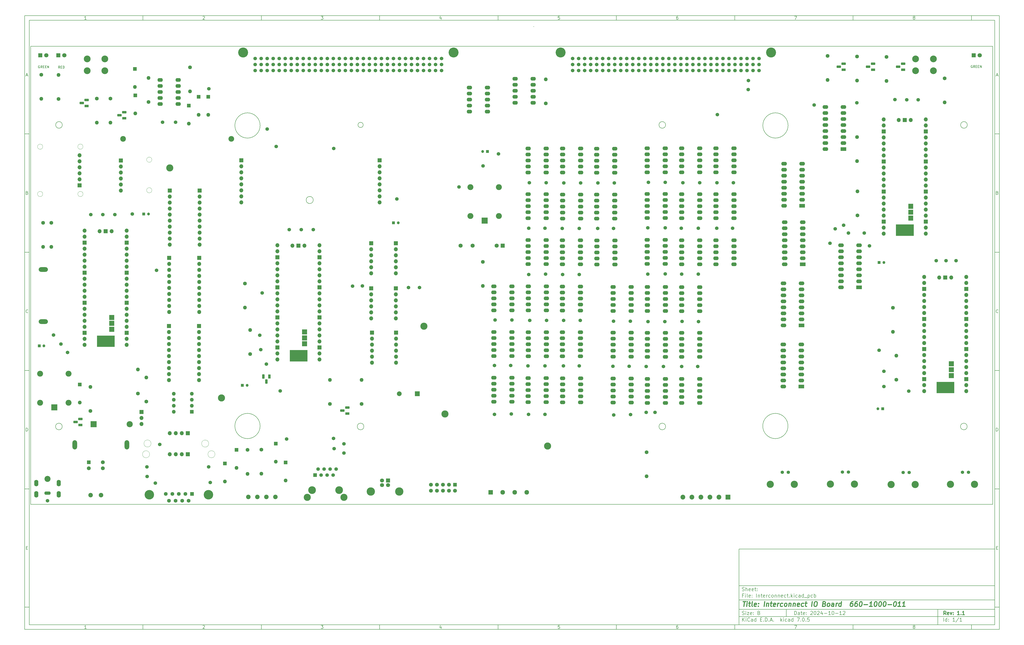
<source format=gbs>
G04 #@! TF.GenerationSoftware,KiCad,Pcbnew,7.0.5*
G04 #@! TF.CreationDate,2024-10-27T20:03:42-04:00*
G04 #@! TF.ProjectId,Interconnect,496e7465-7263-46f6-9e6e-6563742e6b69,1.1*
G04 #@! TF.SameCoordinates,Original*
G04 #@! TF.FileFunction,Soldermask,Bot*
G04 #@! TF.FilePolarity,Negative*
%FSLAX46Y46*%
G04 Gerber Fmt 4.6, Leading zero omitted, Abs format (unit mm)*
G04 Created by KiCad (PCBNEW 7.0.5) date 2024-10-27 20:03:42*
%MOMM*%
%LPD*%
G01*
G04 APERTURE LIST*
G04 Aperture macros list*
%AMRoundRect*
0 Rectangle with rounded corners*
0 $1 Rounding radius*
0 $2 $3 $4 $5 $6 $7 $8 $9 X,Y pos of 4 corners*
0 Add a 4 corners polygon primitive as box body*
4,1,4,$2,$3,$4,$5,$6,$7,$8,$9,$2,$3,0*
0 Add four circle primitives for the rounded corners*
1,1,$1+$1,$2,$3*
1,1,$1+$1,$4,$5*
1,1,$1+$1,$6,$7*
1,1,$1+$1,$8,$9*
0 Add four rect primitives between the rounded corners*
20,1,$1+$1,$2,$3,$4,$5,0*
20,1,$1+$1,$4,$5,$6,$7,0*
20,1,$1+$1,$6,$7,$8,$9,0*
20,1,$1+$1,$8,$9,$2,$3,0*%
G04 Aperture macros list end*
%ADD10C,0.100000*%
%ADD11C,0.150000*%
%ADD12C,0.300000*%
%ADD13C,0.400000*%
%ADD14R,1.650000X1.650000*%
%ADD15C,1.650000*%
%ADD16C,1.500000*%
%ADD17C,2.400000*%
%ADD18O,2.400000X2.400000*%
%ADD19R,2.400000X1.600000*%
%ADD20O,2.400000X1.600000*%
%ADD21C,1.600000*%
%ADD22O,1.600000X1.600000*%
%ADD23O,2.300000X1.600000*%
%ADD24R,1.700000X1.700000*%
%ADD25O,1.700000X1.700000*%
%ADD26R,1.800000X1.100000*%
%ADD27RoundRect,0.275000X0.625000X-0.275000X0.625000X0.275000X-0.625000X0.275000X-0.625000X-0.275000X0*%
%ADD28R,2.025000X2.025000*%
%ADD29C,2.025000*%
%ADD30R,1.600000X1.600000*%
%ADD31C,3.000000*%
%ADD32R,1.200000X1.200000*%
%ADD33C,1.200000*%
%ADD34C,4.200000*%
%ADD35C,3.250000*%
%ADD36R,1.500000X1.500000*%
%ADD37R,2.500000X2.500000*%
%ADD38O,2.500000X2.500000*%
%ADD39C,4.000000*%
%ADD40O,1.800000X1.800000*%
%ADD41O,1.500000X1.500000*%
%ADD42C,1.905000*%
%ADD43C,1.700000*%
%ADD44C,3.500000*%
%ADD45O,3.900000X1.950000*%
%ADD46C,1.398000*%
%ADD47C,3.015000*%
%ADD48R,1.800000X1.800000*%
%ADD49C,1.800000*%
%ADD50R,2.600000X2.600000*%
%ADD51O,2.600000X2.600000*%
%ADD52C,1.900000*%
%ADD53C,2.850000*%
%ADD54C,2.550000*%
%ADD55O,2.700002X1.400000*%
%ADD56O,1.750000X2.750000*%
%ADD57R,1.950000X1.950000*%
%ADD58C,1.950000*%
%ADD59R,1.725000X1.725000*%
%ADD60C,1.725000*%
%ADD61O,1.950000X3.900000*%
%ADD62R,2.000000X2.000000*%
%ADD63C,2.000000*%
%ADD64R,1.100000X1.800000*%
%ADD65RoundRect,0.275000X0.275000X0.625000X-0.275000X0.625000X-0.275000X-0.625000X0.275000X-0.625000X0*%
G04 #@! TA.AperFunction,Profile*
%ADD66C,0.100000*%
G04 #@! TD*
G04 #@! TA.AperFunction,Profile*
%ADD67C,0.160000*%
G04 #@! TD*
G04 APERTURE END LIST*
D10*
D11*
X311800000Y-235400000D02*
X419800000Y-235400000D01*
X419800000Y-267400000D01*
X311800000Y-267400000D01*
X311800000Y-235400000D01*
D10*
D11*
X10000000Y-10000000D02*
X421800000Y-10000000D01*
X421800000Y-269400000D01*
X10000000Y-269400000D01*
X10000000Y-10000000D01*
D10*
D11*
X12000000Y-12000000D02*
X419800000Y-12000000D01*
X419800000Y-267400000D01*
X12000000Y-267400000D01*
X12000000Y-12000000D01*
D10*
D11*
X60000000Y-12000000D02*
X60000000Y-10000000D01*
D10*
D11*
X110000000Y-12000000D02*
X110000000Y-10000000D01*
D10*
D11*
X160000000Y-12000000D02*
X160000000Y-10000000D01*
D10*
D11*
X210000000Y-12000000D02*
X210000000Y-10000000D01*
D10*
D11*
X260000000Y-12000000D02*
X260000000Y-10000000D01*
D10*
D11*
X310000000Y-12000000D02*
X310000000Y-10000000D01*
D10*
D11*
X360000000Y-12000000D02*
X360000000Y-10000000D01*
D10*
D11*
X410000000Y-12000000D02*
X410000000Y-10000000D01*
D10*
D11*
X36089160Y-11593604D02*
X35346303Y-11593604D01*
X35717731Y-11593604D02*
X35717731Y-10293604D01*
X35717731Y-10293604D02*
X35593922Y-10479319D01*
X35593922Y-10479319D02*
X35470112Y-10603128D01*
X35470112Y-10603128D02*
X35346303Y-10665033D01*
D10*
D11*
X85346303Y-10417414D02*
X85408207Y-10355509D01*
X85408207Y-10355509D02*
X85532017Y-10293604D01*
X85532017Y-10293604D02*
X85841541Y-10293604D01*
X85841541Y-10293604D02*
X85965350Y-10355509D01*
X85965350Y-10355509D02*
X86027255Y-10417414D01*
X86027255Y-10417414D02*
X86089160Y-10541223D01*
X86089160Y-10541223D02*
X86089160Y-10665033D01*
X86089160Y-10665033D02*
X86027255Y-10850747D01*
X86027255Y-10850747D02*
X85284398Y-11593604D01*
X85284398Y-11593604D02*
X86089160Y-11593604D01*
D10*
D11*
X135284398Y-10293604D02*
X136089160Y-10293604D01*
X136089160Y-10293604D02*
X135655826Y-10788842D01*
X135655826Y-10788842D02*
X135841541Y-10788842D01*
X135841541Y-10788842D02*
X135965350Y-10850747D01*
X135965350Y-10850747D02*
X136027255Y-10912652D01*
X136027255Y-10912652D02*
X136089160Y-11036461D01*
X136089160Y-11036461D02*
X136089160Y-11345985D01*
X136089160Y-11345985D02*
X136027255Y-11469795D01*
X136027255Y-11469795D02*
X135965350Y-11531700D01*
X135965350Y-11531700D02*
X135841541Y-11593604D01*
X135841541Y-11593604D02*
X135470112Y-11593604D01*
X135470112Y-11593604D02*
X135346303Y-11531700D01*
X135346303Y-11531700D02*
X135284398Y-11469795D01*
D10*
D11*
X185965350Y-10726938D02*
X185965350Y-11593604D01*
X185655826Y-10231700D02*
X185346303Y-11160271D01*
X185346303Y-11160271D02*
X186151064Y-11160271D01*
D10*
D11*
X236027255Y-10293604D02*
X235408207Y-10293604D01*
X235408207Y-10293604D02*
X235346303Y-10912652D01*
X235346303Y-10912652D02*
X235408207Y-10850747D01*
X235408207Y-10850747D02*
X235532017Y-10788842D01*
X235532017Y-10788842D02*
X235841541Y-10788842D01*
X235841541Y-10788842D02*
X235965350Y-10850747D01*
X235965350Y-10850747D02*
X236027255Y-10912652D01*
X236027255Y-10912652D02*
X236089160Y-11036461D01*
X236089160Y-11036461D02*
X236089160Y-11345985D01*
X236089160Y-11345985D02*
X236027255Y-11469795D01*
X236027255Y-11469795D02*
X235965350Y-11531700D01*
X235965350Y-11531700D02*
X235841541Y-11593604D01*
X235841541Y-11593604D02*
X235532017Y-11593604D01*
X235532017Y-11593604D02*
X235408207Y-11531700D01*
X235408207Y-11531700D02*
X235346303Y-11469795D01*
D10*
D11*
X285965350Y-10293604D02*
X285717731Y-10293604D01*
X285717731Y-10293604D02*
X285593922Y-10355509D01*
X285593922Y-10355509D02*
X285532017Y-10417414D01*
X285532017Y-10417414D02*
X285408207Y-10603128D01*
X285408207Y-10603128D02*
X285346303Y-10850747D01*
X285346303Y-10850747D02*
X285346303Y-11345985D01*
X285346303Y-11345985D02*
X285408207Y-11469795D01*
X285408207Y-11469795D02*
X285470112Y-11531700D01*
X285470112Y-11531700D02*
X285593922Y-11593604D01*
X285593922Y-11593604D02*
X285841541Y-11593604D01*
X285841541Y-11593604D02*
X285965350Y-11531700D01*
X285965350Y-11531700D02*
X286027255Y-11469795D01*
X286027255Y-11469795D02*
X286089160Y-11345985D01*
X286089160Y-11345985D02*
X286089160Y-11036461D01*
X286089160Y-11036461D02*
X286027255Y-10912652D01*
X286027255Y-10912652D02*
X285965350Y-10850747D01*
X285965350Y-10850747D02*
X285841541Y-10788842D01*
X285841541Y-10788842D02*
X285593922Y-10788842D01*
X285593922Y-10788842D02*
X285470112Y-10850747D01*
X285470112Y-10850747D02*
X285408207Y-10912652D01*
X285408207Y-10912652D02*
X285346303Y-11036461D01*
D10*
D11*
X335284398Y-10293604D02*
X336151064Y-10293604D01*
X336151064Y-10293604D02*
X335593922Y-11593604D01*
D10*
D11*
X385593922Y-10850747D02*
X385470112Y-10788842D01*
X385470112Y-10788842D02*
X385408207Y-10726938D01*
X385408207Y-10726938D02*
X385346303Y-10603128D01*
X385346303Y-10603128D02*
X385346303Y-10541223D01*
X385346303Y-10541223D02*
X385408207Y-10417414D01*
X385408207Y-10417414D02*
X385470112Y-10355509D01*
X385470112Y-10355509D02*
X385593922Y-10293604D01*
X385593922Y-10293604D02*
X385841541Y-10293604D01*
X385841541Y-10293604D02*
X385965350Y-10355509D01*
X385965350Y-10355509D02*
X386027255Y-10417414D01*
X386027255Y-10417414D02*
X386089160Y-10541223D01*
X386089160Y-10541223D02*
X386089160Y-10603128D01*
X386089160Y-10603128D02*
X386027255Y-10726938D01*
X386027255Y-10726938D02*
X385965350Y-10788842D01*
X385965350Y-10788842D02*
X385841541Y-10850747D01*
X385841541Y-10850747D02*
X385593922Y-10850747D01*
X385593922Y-10850747D02*
X385470112Y-10912652D01*
X385470112Y-10912652D02*
X385408207Y-10974557D01*
X385408207Y-10974557D02*
X385346303Y-11098366D01*
X385346303Y-11098366D02*
X385346303Y-11345985D01*
X385346303Y-11345985D02*
X385408207Y-11469795D01*
X385408207Y-11469795D02*
X385470112Y-11531700D01*
X385470112Y-11531700D02*
X385593922Y-11593604D01*
X385593922Y-11593604D02*
X385841541Y-11593604D01*
X385841541Y-11593604D02*
X385965350Y-11531700D01*
X385965350Y-11531700D02*
X386027255Y-11469795D01*
X386027255Y-11469795D02*
X386089160Y-11345985D01*
X386089160Y-11345985D02*
X386089160Y-11098366D01*
X386089160Y-11098366D02*
X386027255Y-10974557D01*
X386027255Y-10974557D02*
X385965350Y-10912652D01*
X385965350Y-10912652D02*
X385841541Y-10850747D01*
D10*
D11*
X60000000Y-267400000D02*
X60000000Y-269400000D01*
D10*
D11*
X110000000Y-267400000D02*
X110000000Y-269400000D01*
D10*
D11*
X160000000Y-267400000D02*
X160000000Y-269400000D01*
D10*
D11*
X210000000Y-267400000D02*
X210000000Y-269400000D01*
D10*
D11*
X260000000Y-267400000D02*
X260000000Y-269400000D01*
D10*
D11*
X310000000Y-267400000D02*
X310000000Y-269400000D01*
D10*
D11*
X360000000Y-267400000D02*
X360000000Y-269400000D01*
D10*
D11*
X410000000Y-267400000D02*
X410000000Y-269400000D01*
D10*
D11*
X36089160Y-268993604D02*
X35346303Y-268993604D01*
X35717731Y-268993604D02*
X35717731Y-267693604D01*
X35717731Y-267693604D02*
X35593922Y-267879319D01*
X35593922Y-267879319D02*
X35470112Y-268003128D01*
X35470112Y-268003128D02*
X35346303Y-268065033D01*
D10*
D11*
X85346303Y-267817414D02*
X85408207Y-267755509D01*
X85408207Y-267755509D02*
X85532017Y-267693604D01*
X85532017Y-267693604D02*
X85841541Y-267693604D01*
X85841541Y-267693604D02*
X85965350Y-267755509D01*
X85965350Y-267755509D02*
X86027255Y-267817414D01*
X86027255Y-267817414D02*
X86089160Y-267941223D01*
X86089160Y-267941223D02*
X86089160Y-268065033D01*
X86089160Y-268065033D02*
X86027255Y-268250747D01*
X86027255Y-268250747D02*
X85284398Y-268993604D01*
X85284398Y-268993604D02*
X86089160Y-268993604D01*
D10*
D11*
X135284398Y-267693604D02*
X136089160Y-267693604D01*
X136089160Y-267693604D02*
X135655826Y-268188842D01*
X135655826Y-268188842D02*
X135841541Y-268188842D01*
X135841541Y-268188842D02*
X135965350Y-268250747D01*
X135965350Y-268250747D02*
X136027255Y-268312652D01*
X136027255Y-268312652D02*
X136089160Y-268436461D01*
X136089160Y-268436461D02*
X136089160Y-268745985D01*
X136089160Y-268745985D02*
X136027255Y-268869795D01*
X136027255Y-268869795D02*
X135965350Y-268931700D01*
X135965350Y-268931700D02*
X135841541Y-268993604D01*
X135841541Y-268993604D02*
X135470112Y-268993604D01*
X135470112Y-268993604D02*
X135346303Y-268931700D01*
X135346303Y-268931700D02*
X135284398Y-268869795D01*
D10*
D11*
X185965350Y-268126938D02*
X185965350Y-268993604D01*
X185655826Y-267631700D02*
X185346303Y-268560271D01*
X185346303Y-268560271D02*
X186151064Y-268560271D01*
D10*
D11*
X236027255Y-267693604D02*
X235408207Y-267693604D01*
X235408207Y-267693604D02*
X235346303Y-268312652D01*
X235346303Y-268312652D02*
X235408207Y-268250747D01*
X235408207Y-268250747D02*
X235532017Y-268188842D01*
X235532017Y-268188842D02*
X235841541Y-268188842D01*
X235841541Y-268188842D02*
X235965350Y-268250747D01*
X235965350Y-268250747D02*
X236027255Y-268312652D01*
X236027255Y-268312652D02*
X236089160Y-268436461D01*
X236089160Y-268436461D02*
X236089160Y-268745985D01*
X236089160Y-268745985D02*
X236027255Y-268869795D01*
X236027255Y-268869795D02*
X235965350Y-268931700D01*
X235965350Y-268931700D02*
X235841541Y-268993604D01*
X235841541Y-268993604D02*
X235532017Y-268993604D01*
X235532017Y-268993604D02*
X235408207Y-268931700D01*
X235408207Y-268931700D02*
X235346303Y-268869795D01*
D10*
D11*
X285965350Y-267693604D02*
X285717731Y-267693604D01*
X285717731Y-267693604D02*
X285593922Y-267755509D01*
X285593922Y-267755509D02*
X285532017Y-267817414D01*
X285532017Y-267817414D02*
X285408207Y-268003128D01*
X285408207Y-268003128D02*
X285346303Y-268250747D01*
X285346303Y-268250747D02*
X285346303Y-268745985D01*
X285346303Y-268745985D02*
X285408207Y-268869795D01*
X285408207Y-268869795D02*
X285470112Y-268931700D01*
X285470112Y-268931700D02*
X285593922Y-268993604D01*
X285593922Y-268993604D02*
X285841541Y-268993604D01*
X285841541Y-268993604D02*
X285965350Y-268931700D01*
X285965350Y-268931700D02*
X286027255Y-268869795D01*
X286027255Y-268869795D02*
X286089160Y-268745985D01*
X286089160Y-268745985D02*
X286089160Y-268436461D01*
X286089160Y-268436461D02*
X286027255Y-268312652D01*
X286027255Y-268312652D02*
X285965350Y-268250747D01*
X285965350Y-268250747D02*
X285841541Y-268188842D01*
X285841541Y-268188842D02*
X285593922Y-268188842D01*
X285593922Y-268188842D02*
X285470112Y-268250747D01*
X285470112Y-268250747D02*
X285408207Y-268312652D01*
X285408207Y-268312652D02*
X285346303Y-268436461D01*
D10*
D11*
X335284398Y-267693604D02*
X336151064Y-267693604D01*
X336151064Y-267693604D02*
X335593922Y-268993604D01*
D10*
D11*
X385593922Y-268250747D02*
X385470112Y-268188842D01*
X385470112Y-268188842D02*
X385408207Y-268126938D01*
X385408207Y-268126938D02*
X385346303Y-268003128D01*
X385346303Y-268003128D02*
X385346303Y-267941223D01*
X385346303Y-267941223D02*
X385408207Y-267817414D01*
X385408207Y-267817414D02*
X385470112Y-267755509D01*
X385470112Y-267755509D02*
X385593922Y-267693604D01*
X385593922Y-267693604D02*
X385841541Y-267693604D01*
X385841541Y-267693604D02*
X385965350Y-267755509D01*
X385965350Y-267755509D02*
X386027255Y-267817414D01*
X386027255Y-267817414D02*
X386089160Y-267941223D01*
X386089160Y-267941223D02*
X386089160Y-268003128D01*
X386089160Y-268003128D02*
X386027255Y-268126938D01*
X386027255Y-268126938D02*
X385965350Y-268188842D01*
X385965350Y-268188842D02*
X385841541Y-268250747D01*
X385841541Y-268250747D02*
X385593922Y-268250747D01*
X385593922Y-268250747D02*
X385470112Y-268312652D01*
X385470112Y-268312652D02*
X385408207Y-268374557D01*
X385408207Y-268374557D02*
X385346303Y-268498366D01*
X385346303Y-268498366D02*
X385346303Y-268745985D01*
X385346303Y-268745985D02*
X385408207Y-268869795D01*
X385408207Y-268869795D02*
X385470112Y-268931700D01*
X385470112Y-268931700D02*
X385593922Y-268993604D01*
X385593922Y-268993604D02*
X385841541Y-268993604D01*
X385841541Y-268993604D02*
X385965350Y-268931700D01*
X385965350Y-268931700D02*
X386027255Y-268869795D01*
X386027255Y-268869795D02*
X386089160Y-268745985D01*
X386089160Y-268745985D02*
X386089160Y-268498366D01*
X386089160Y-268498366D02*
X386027255Y-268374557D01*
X386027255Y-268374557D02*
X385965350Y-268312652D01*
X385965350Y-268312652D02*
X385841541Y-268250747D01*
D10*
D11*
X10000000Y-60000000D02*
X12000000Y-60000000D01*
D10*
D11*
X10000000Y-110000000D02*
X12000000Y-110000000D01*
D10*
D11*
X10000000Y-160000000D02*
X12000000Y-160000000D01*
D10*
D11*
X10000000Y-210000000D02*
X12000000Y-210000000D01*
D10*
D11*
X10000000Y-260000000D02*
X12000000Y-260000000D01*
D10*
D11*
X10690476Y-35222176D02*
X11309523Y-35222176D01*
X10566666Y-35593604D02*
X10999999Y-34293604D01*
X10999999Y-34293604D02*
X11433333Y-35593604D01*
D10*
D11*
X11092857Y-84912652D02*
X11278571Y-84974557D01*
X11278571Y-84974557D02*
X11340476Y-85036461D01*
X11340476Y-85036461D02*
X11402380Y-85160271D01*
X11402380Y-85160271D02*
X11402380Y-85345985D01*
X11402380Y-85345985D02*
X11340476Y-85469795D01*
X11340476Y-85469795D02*
X11278571Y-85531700D01*
X11278571Y-85531700D02*
X11154761Y-85593604D01*
X11154761Y-85593604D02*
X10659523Y-85593604D01*
X10659523Y-85593604D02*
X10659523Y-84293604D01*
X10659523Y-84293604D02*
X11092857Y-84293604D01*
X11092857Y-84293604D02*
X11216666Y-84355509D01*
X11216666Y-84355509D02*
X11278571Y-84417414D01*
X11278571Y-84417414D02*
X11340476Y-84541223D01*
X11340476Y-84541223D02*
X11340476Y-84665033D01*
X11340476Y-84665033D02*
X11278571Y-84788842D01*
X11278571Y-84788842D02*
X11216666Y-84850747D01*
X11216666Y-84850747D02*
X11092857Y-84912652D01*
X11092857Y-84912652D02*
X10659523Y-84912652D01*
D10*
D11*
X11402380Y-135469795D02*
X11340476Y-135531700D01*
X11340476Y-135531700D02*
X11154761Y-135593604D01*
X11154761Y-135593604D02*
X11030952Y-135593604D01*
X11030952Y-135593604D02*
X10845238Y-135531700D01*
X10845238Y-135531700D02*
X10721428Y-135407890D01*
X10721428Y-135407890D02*
X10659523Y-135284080D01*
X10659523Y-135284080D02*
X10597619Y-135036461D01*
X10597619Y-135036461D02*
X10597619Y-134850747D01*
X10597619Y-134850747D02*
X10659523Y-134603128D01*
X10659523Y-134603128D02*
X10721428Y-134479319D01*
X10721428Y-134479319D02*
X10845238Y-134355509D01*
X10845238Y-134355509D02*
X11030952Y-134293604D01*
X11030952Y-134293604D02*
X11154761Y-134293604D01*
X11154761Y-134293604D02*
X11340476Y-134355509D01*
X11340476Y-134355509D02*
X11402380Y-134417414D01*
D10*
D11*
X10659523Y-185593604D02*
X10659523Y-184293604D01*
X10659523Y-184293604D02*
X10969047Y-184293604D01*
X10969047Y-184293604D02*
X11154761Y-184355509D01*
X11154761Y-184355509D02*
X11278571Y-184479319D01*
X11278571Y-184479319D02*
X11340476Y-184603128D01*
X11340476Y-184603128D02*
X11402380Y-184850747D01*
X11402380Y-184850747D02*
X11402380Y-185036461D01*
X11402380Y-185036461D02*
X11340476Y-185284080D01*
X11340476Y-185284080D02*
X11278571Y-185407890D01*
X11278571Y-185407890D02*
X11154761Y-185531700D01*
X11154761Y-185531700D02*
X10969047Y-185593604D01*
X10969047Y-185593604D02*
X10659523Y-185593604D01*
D10*
D11*
X10721428Y-234912652D02*
X11154762Y-234912652D01*
X11340476Y-235593604D02*
X10721428Y-235593604D01*
X10721428Y-235593604D02*
X10721428Y-234293604D01*
X10721428Y-234293604D02*
X11340476Y-234293604D01*
D10*
D11*
X421800000Y-60000000D02*
X419800000Y-60000000D01*
D10*
D11*
X421800000Y-110000000D02*
X419800000Y-110000000D01*
D10*
D11*
X421800000Y-160000000D02*
X419800000Y-160000000D01*
D10*
D11*
X421800000Y-210000000D02*
X419800000Y-210000000D01*
D10*
D11*
X421800000Y-260000000D02*
X419800000Y-260000000D01*
D10*
D11*
X420490476Y-35222176D02*
X421109523Y-35222176D01*
X420366666Y-35593604D02*
X420799999Y-34293604D01*
X420799999Y-34293604D02*
X421233333Y-35593604D01*
D10*
D11*
X420892857Y-84912652D02*
X421078571Y-84974557D01*
X421078571Y-84974557D02*
X421140476Y-85036461D01*
X421140476Y-85036461D02*
X421202380Y-85160271D01*
X421202380Y-85160271D02*
X421202380Y-85345985D01*
X421202380Y-85345985D02*
X421140476Y-85469795D01*
X421140476Y-85469795D02*
X421078571Y-85531700D01*
X421078571Y-85531700D02*
X420954761Y-85593604D01*
X420954761Y-85593604D02*
X420459523Y-85593604D01*
X420459523Y-85593604D02*
X420459523Y-84293604D01*
X420459523Y-84293604D02*
X420892857Y-84293604D01*
X420892857Y-84293604D02*
X421016666Y-84355509D01*
X421016666Y-84355509D02*
X421078571Y-84417414D01*
X421078571Y-84417414D02*
X421140476Y-84541223D01*
X421140476Y-84541223D02*
X421140476Y-84665033D01*
X421140476Y-84665033D02*
X421078571Y-84788842D01*
X421078571Y-84788842D02*
X421016666Y-84850747D01*
X421016666Y-84850747D02*
X420892857Y-84912652D01*
X420892857Y-84912652D02*
X420459523Y-84912652D01*
D10*
D11*
X421202380Y-135469795D02*
X421140476Y-135531700D01*
X421140476Y-135531700D02*
X420954761Y-135593604D01*
X420954761Y-135593604D02*
X420830952Y-135593604D01*
X420830952Y-135593604D02*
X420645238Y-135531700D01*
X420645238Y-135531700D02*
X420521428Y-135407890D01*
X420521428Y-135407890D02*
X420459523Y-135284080D01*
X420459523Y-135284080D02*
X420397619Y-135036461D01*
X420397619Y-135036461D02*
X420397619Y-134850747D01*
X420397619Y-134850747D02*
X420459523Y-134603128D01*
X420459523Y-134603128D02*
X420521428Y-134479319D01*
X420521428Y-134479319D02*
X420645238Y-134355509D01*
X420645238Y-134355509D02*
X420830952Y-134293604D01*
X420830952Y-134293604D02*
X420954761Y-134293604D01*
X420954761Y-134293604D02*
X421140476Y-134355509D01*
X421140476Y-134355509D02*
X421202380Y-134417414D01*
D10*
D11*
X420459523Y-185593604D02*
X420459523Y-184293604D01*
X420459523Y-184293604D02*
X420769047Y-184293604D01*
X420769047Y-184293604D02*
X420954761Y-184355509D01*
X420954761Y-184355509D02*
X421078571Y-184479319D01*
X421078571Y-184479319D02*
X421140476Y-184603128D01*
X421140476Y-184603128D02*
X421202380Y-184850747D01*
X421202380Y-184850747D02*
X421202380Y-185036461D01*
X421202380Y-185036461D02*
X421140476Y-185284080D01*
X421140476Y-185284080D02*
X421078571Y-185407890D01*
X421078571Y-185407890D02*
X420954761Y-185531700D01*
X420954761Y-185531700D02*
X420769047Y-185593604D01*
X420769047Y-185593604D02*
X420459523Y-185593604D01*
D10*
D11*
X420521428Y-234912652D02*
X420954762Y-234912652D01*
X421140476Y-235593604D02*
X420521428Y-235593604D01*
X420521428Y-235593604D02*
X420521428Y-234293604D01*
X420521428Y-234293604D02*
X421140476Y-234293604D01*
D10*
D11*
X335255826Y-263186128D02*
X335255826Y-261686128D01*
X335255826Y-261686128D02*
X335612969Y-261686128D01*
X335612969Y-261686128D02*
X335827255Y-261757557D01*
X335827255Y-261757557D02*
X335970112Y-261900414D01*
X335970112Y-261900414D02*
X336041541Y-262043271D01*
X336041541Y-262043271D02*
X336112969Y-262328985D01*
X336112969Y-262328985D02*
X336112969Y-262543271D01*
X336112969Y-262543271D02*
X336041541Y-262828985D01*
X336041541Y-262828985D02*
X335970112Y-262971842D01*
X335970112Y-262971842D02*
X335827255Y-263114700D01*
X335827255Y-263114700D02*
X335612969Y-263186128D01*
X335612969Y-263186128D02*
X335255826Y-263186128D01*
X337398684Y-263186128D02*
X337398684Y-262400414D01*
X337398684Y-262400414D02*
X337327255Y-262257557D01*
X337327255Y-262257557D02*
X337184398Y-262186128D01*
X337184398Y-262186128D02*
X336898684Y-262186128D01*
X336898684Y-262186128D02*
X336755826Y-262257557D01*
X337398684Y-263114700D02*
X337255826Y-263186128D01*
X337255826Y-263186128D02*
X336898684Y-263186128D01*
X336898684Y-263186128D02*
X336755826Y-263114700D01*
X336755826Y-263114700D02*
X336684398Y-262971842D01*
X336684398Y-262971842D02*
X336684398Y-262828985D01*
X336684398Y-262828985D02*
X336755826Y-262686128D01*
X336755826Y-262686128D02*
X336898684Y-262614700D01*
X336898684Y-262614700D02*
X337255826Y-262614700D01*
X337255826Y-262614700D02*
X337398684Y-262543271D01*
X337898684Y-262186128D02*
X338470112Y-262186128D01*
X338112969Y-261686128D02*
X338112969Y-262971842D01*
X338112969Y-262971842D02*
X338184398Y-263114700D01*
X338184398Y-263114700D02*
X338327255Y-263186128D01*
X338327255Y-263186128D02*
X338470112Y-263186128D01*
X339541541Y-263114700D02*
X339398684Y-263186128D01*
X339398684Y-263186128D02*
X339112970Y-263186128D01*
X339112970Y-263186128D02*
X338970112Y-263114700D01*
X338970112Y-263114700D02*
X338898684Y-262971842D01*
X338898684Y-262971842D02*
X338898684Y-262400414D01*
X338898684Y-262400414D02*
X338970112Y-262257557D01*
X338970112Y-262257557D02*
X339112970Y-262186128D01*
X339112970Y-262186128D02*
X339398684Y-262186128D01*
X339398684Y-262186128D02*
X339541541Y-262257557D01*
X339541541Y-262257557D02*
X339612970Y-262400414D01*
X339612970Y-262400414D02*
X339612970Y-262543271D01*
X339612970Y-262543271D02*
X338898684Y-262686128D01*
X340255826Y-263043271D02*
X340327255Y-263114700D01*
X340327255Y-263114700D02*
X340255826Y-263186128D01*
X340255826Y-263186128D02*
X340184398Y-263114700D01*
X340184398Y-263114700D02*
X340255826Y-263043271D01*
X340255826Y-263043271D02*
X340255826Y-263186128D01*
X340255826Y-262257557D02*
X340327255Y-262328985D01*
X340327255Y-262328985D02*
X340255826Y-262400414D01*
X340255826Y-262400414D02*
X340184398Y-262328985D01*
X340184398Y-262328985D02*
X340255826Y-262257557D01*
X340255826Y-262257557D02*
X340255826Y-262400414D01*
X342041541Y-261828985D02*
X342112969Y-261757557D01*
X342112969Y-261757557D02*
X342255827Y-261686128D01*
X342255827Y-261686128D02*
X342612969Y-261686128D01*
X342612969Y-261686128D02*
X342755827Y-261757557D01*
X342755827Y-261757557D02*
X342827255Y-261828985D01*
X342827255Y-261828985D02*
X342898684Y-261971842D01*
X342898684Y-261971842D02*
X342898684Y-262114700D01*
X342898684Y-262114700D02*
X342827255Y-262328985D01*
X342827255Y-262328985D02*
X341970112Y-263186128D01*
X341970112Y-263186128D02*
X342898684Y-263186128D01*
X343827255Y-261686128D02*
X343970112Y-261686128D01*
X343970112Y-261686128D02*
X344112969Y-261757557D01*
X344112969Y-261757557D02*
X344184398Y-261828985D01*
X344184398Y-261828985D02*
X344255826Y-261971842D01*
X344255826Y-261971842D02*
X344327255Y-262257557D01*
X344327255Y-262257557D02*
X344327255Y-262614700D01*
X344327255Y-262614700D02*
X344255826Y-262900414D01*
X344255826Y-262900414D02*
X344184398Y-263043271D01*
X344184398Y-263043271D02*
X344112969Y-263114700D01*
X344112969Y-263114700D02*
X343970112Y-263186128D01*
X343970112Y-263186128D02*
X343827255Y-263186128D01*
X343827255Y-263186128D02*
X343684398Y-263114700D01*
X343684398Y-263114700D02*
X343612969Y-263043271D01*
X343612969Y-263043271D02*
X343541540Y-262900414D01*
X343541540Y-262900414D02*
X343470112Y-262614700D01*
X343470112Y-262614700D02*
X343470112Y-262257557D01*
X343470112Y-262257557D02*
X343541540Y-261971842D01*
X343541540Y-261971842D02*
X343612969Y-261828985D01*
X343612969Y-261828985D02*
X343684398Y-261757557D01*
X343684398Y-261757557D02*
X343827255Y-261686128D01*
X344898683Y-261828985D02*
X344970111Y-261757557D01*
X344970111Y-261757557D02*
X345112969Y-261686128D01*
X345112969Y-261686128D02*
X345470111Y-261686128D01*
X345470111Y-261686128D02*
X345612969Y-261757557D01*
X345612969Y-261757557D02*
X345684397Y-261828985D01*
X345684397Y-261828985D02*
X345755826Y-261971842D01*
X345755826Y-261971842D02*
X345755826Y-262114700D01*
X345755826Y-262114700D02*
X345684397Y-262328985D01*
X345684397Y-262328985D02*
X344827254Y-263186128D01*
X344827254Y-263186128D02*
X345755826Y-263186128D01*
X347041540Y-262186128D02*
X347041540Y-263186128D01*
X346684397Y-261614700D02*
X346327254Y-262686128D01*
X346327254Y-262686128D02*
X347255825Y-262686128D01*
X347827253Y-262614700D02*
X348970111Y-262614700D01*
X350470111Y-263186128D02*
X349612968Y-263186128D01*
X350041539Y-263186128D02*
X350041539Y-261686128D01*
X350041539Y-261686128D02*
X349898682Y-261900414D01*
X349898682Y-261900414D02*
X349755825Y-262043271D01*
X349755825Y-262043271D02*
X349612968Y-262114700D01*
X351398682Y-261686128D02*
X351541539Y-261686128D01*
X351541539Y-261686128D02*
X351684396Y-261757557D01*
X351684396Y-261757557D02*
X351755825Y-261828985D01*
X351755825Y-261828985D02*
X351827253Y-261971842D01*
X351827253Y-261971842D02*
X351898682Y-262257557D01*
X351898682Y-262257557D02*
X351898682Y-262614700D01*
X351898682Y-262614700D02*
X351827253Y-262900414D01*
X351827253Y-262900414D02*
X351755825Y-263043271D01*
X351755825Y-263043271D02*
X351684396Y-263114700D01*
X351684396Y-263114700D02*
X351541539Y-263186128D01*
X351541539Y-263186128D02*
X351398682Y-263186128D01*
X351398682Y-263186128D02*
X351255825Y-263114700D01*
X351255825Y-263114700D02*
X351184396Y-263043271D01*
X351184396Y-263043271D02*
X351112967Y-262900414D01*
X351112967Y-262900414D02*
X351041539Y-262614700D01*
X351041539Y-262614700D02*
X351041539Y-262257557D01*
X351041539Y-262257557D02*
X351112967Y-261971842D01*
X351112967Y-261971842D02*
X351184396Y-261828985D01*
X351184396Y-261828985D02*
X351255825Y-261757557D01*
X351255825Y-261757557D02*
X351398682Y-261686128D01*
X352541538Y-262614700D02*
X353684396Y-262614700D01*
X355184396Y-263186128D02*
X354327253Y-263186128D01*
X354755824Y-263186128D02*
X354755824Y-261686128D01*
X354755824Y-261686128D02*
X354612967Y-261900414D01*
X354612967Y-261900414D02*
X354470110Y-262043271D01*
X354470110Y-262043271D02*
X354327253Y-262114700D01*
X355755824Y-261828985D02*
X355827252Y-261757557D01*
X355827252Y-261757557D02*
X355970110Y-261686128D01*
X355970110Y-261686128D02*
X356327252Y-261686128D01*
X356327252Y-261686128D02*
X356470110Y-261757557D01*
X356470110Y-261757557D02*
X356541538Y-261828985D01*
X356541538Y-261828985D02*
X356612967Y-261971842D01*
X356612967Y-261971842D02*
X356612967Y-262114700D01*
X356612967Y-262114700D02*
X356541538Y-262328985D01*
X356541538Y-262328985D02*
X355684395Y-263186128D01*
X355684395Y-263186128D02*
X356612967Y-263186128D01*
D10*
D11*
X311800000Y-263900000D02*
X419800000Y-263900000D01*
D10*
D11*
X313255826Y-265986128D02*
X313255826Y-264486128D01*
X314112969Y-265986128D02*
X313470112Y-265128985D01*
X314112969Y-264486128D02*
X313255826Y-265343271D01*
X314755826Y-265986128D02*
X314755826Y-264986128D01*
X314755826Y-264486128D02*
X314684398Y-264557557D01*
X314684398Y-264557557D02*
X314755826Y-264628985D01*
X314755826Y-264628985D02*
X314827255Y-264557557D01*
X314827255Y-264557557D02*
X314755826Y-264486128D01*
X314755826Y-264486128D02*
X314755826Y-264628985D01*
X316327255Y-265843271D02*
X316255827Y-265914700D01*
X316255827Y-265914700D02*
X316041541Y-265986128D01*
X316041541Y-265986128D02*
X315898684Y-265986128D01*
X315898684Y-265986128D02*
X315684398Y-265914700D01*
X315684398Y-265914700D02*
X315541541Y-265771842D01*
X315541541Y-265771842D02*
X315470112Y-265628985D01*
X315470112Y-265628985D02*
X315398684Y-265343271D01*
X315398684Y-265343271D02*
X315398684Y-265128985D01*
X315398684Y-265128985D02*
X315470112Y-264843271D01*
X315470112Y-264843271D02*
X315541541Y-264700414D01*
X315541541Y-264700414D02*
X315684398Y-264557557D01*
X315684398Y-264557557D02*
X315898684Y-264486128D01*
X315898684Y-264486128D02*
X316041541Y-264486128D01*
X316041541Y-264486128D02*
X316255827Y-264557557D01*
X316255827Y-264557557D02*
X316327255Y-264628985D01*
X317612970Y-265986128D02*
X317612970Y-265200414D01*
X317612970Y-265200414D02*
X317541541Y-265057557D01*
X317541541Y-265057557D02*
X317398684Y-264986128D01*
X317398684Y-264986128D02*
X317112970Y-264986128D01*
X317112970Y-264986128D02*
X316970112Y-265057557D01*
X317612970Y-265914700D02*
X317470112Y-265986128D01*
X317470112Y-265986128D02*
X317112970Y-265986128D01*
X317112970Y-265986128D02*
X316970112Y-265914700D01*
X316970112Y-265914700D02*
X316898684Y-265771842D01*
X316898684Y-265771842D02*
X316898684Y-265628985D01*
X316898684Y-265628985D02*
X316970112Y-265486128D01*
X316970112Y-265486128D02*
X317112970Y-265414700D01*
X317112970Y-265414700D02*
X317470112Y-265414700D01*
X317470112Y-265414700D02*
X317612970Y-265343271D01*
X318970113Y-265986128D02*
X318970113Y-264486128D01*
X318970113Y-265914700D02*
X318827255Y-265986128D01*
X318827255Y-265986128D02*
X318541541Y-265986128D01*
X318541541Y-265986128D02*
X318398684Y-265914700D01*
X318398684Y-265914700D02*
X318327255Y-265843271D01*
X318327255Y-265843271D02*
X318255827Y-265700414D01*
X318255827Y-265700414D02*
X318255827Y-265271842D01*
X318255827Y-265271842D02*
X318327255Y-265128985D01*
X318327255Y-265128985D02*
X318398684Y-265057557D01*
X318398684Y-265057557D02*
X318541541Y-264986128D01*
X318541541Y-264986128D02*
X318827255Y-264986128D01*
X318827255Y-264986128D02*
X318970113Y-265057557D01*
X320827255Y-265200414D02*
X321327255Y-265200414D01*
X321541541Y-265986128D02*
X320827255Y-265986128D01*
X320827255Y-265986128D02*
X320827255Y-264486128D01*
X320827255Y-264486128D02*
X321541541Y-264486128D01*
X322184398Y-265843271D02*
X322255827Y-265914700D01*
X322255827Y-265914700D02*
X322184398Y-265986128D01*
X322184398Y-265986128D02*
X322112970Y-265914700D01*
X322112970Y-265914700D02*
X322184398Y-265843271D01*
X322184398Y-265843271D02*
X322184398Y-265986128D01*
X322898684Y-265986128D02*
X322898684Y-264486128D01*
X322898684Y-264486128D02*
X323255827Y-264486128D01*
X323255827Y-264486128D02*
X323470113Y-264557557D01*
X323470113Y-264557557D02*
X323612970Y-264700414D01*
X323612970Y-264700414D02*
X323684399Y-264843271D01*
X323684399Y-264843271D02*
X323755827Y-265128985D01*
X323755827Y-265128985D02*
X323755827Y-265343271D01*
X323755827Y-265343271D02*
X323684399Y-265628985D01*
X323684399Y-265628985D02*
X323612970Y-265771842D01*
X323612970Y-265771842D02*
X323470113Y-265914700D01*
X323470113Y-265914700D02*
X323255827Y-265986128D01*
X323255827Y-265986128D02*
X322898684Y-265986128D01*
X324398684Y-265843271D02*
X324470113Y-265914700D01*
X324470113Y-265914700D02*
X324398684Y-265986128D01*
X324398684Y-265986128D02*
X324327256Y-265914700D01*
X324327256Y-265914700D02*
X324398684Y-265843271D01*
X324398684Y-265843271D02*
X324398684Y-265986128D01*
X325041542Y-265557557D02*
X325755828Y-265557557D01*
X324898685Y-265986128D02*
X325398685Y-264486128D01*
X325398685Y-264486128D02*
X325898685Y-265986128D01*
X326398684Y-265843271D02*
X326470113Y-265914700D01*
X326470113Y-265914700D02*
X326398684Y-265986128D01*
X326398684Y-265986128D02*
X326327256Y-265914700D01*
X326327256Y-265914700D02*
X326398684Y-265843271D01*
X326398684Y-265843271D02*
X326398684Y-265986128D01*
X329398684Y-265986128D02*
X329398684Y-264486128D01*
X329541542Y-265414700D02*
X329970113Y-265986128D01*
X329970113Y-264986128D02*
X329398684Y-265557557D01*
X330612970Y-265986128D02*
X330612970Y-264986128D01*
X330612970Y-264486128D02*
X330541542Y-264557557D01*
X330541542Y-264557557D02*
X330612970Y-264628985D01*
X330612970Y-264628985D02*
X330684399Y-264557557D01*
X330684399Y-264557557D02*
X330612970Y-264486128D01*
X330612970Y-264486128D02*
X330612970Y-264628985D01*
X331970114Y-265914700D02*
X331827256Y-265986128D01*
X331827256Y-265986128D02*
X331541542Y-265986128D01*
X331541542Y-265986128D02*
X331398685Y-265914700D01*
X331398685Y-265914700D02*
X331327256Y-265843271D01*
X331327256Y-265843271D02*
X331255828Y-265700414D01*
X331255828Y-265700414D02*
X331255828Y-265271842D01*
X331255828Y-265271842D02*
X331327256Y-265128985D01*
X331327256Y-265128985D02*
X331398685Y-265057557D01*
X331398685Y-265057557D02*
X331541542Y-264986128D01*
X331541542Y-264986128D02*
X331827256Y-264986128D01*
X331827256Y-264986128D02*
X331970114Y-265057557D01*
X333255828Y-265986128D02*
X333255828Y-265200414D01*
X333255828Y-265200414D02*
X333184399Y-265057557D01*
X333184399Y-265057557D02*
X333041542Y-264986128D01*
X333041542Y-264986128D02*
X332755828Y-264986128D01*
X332755828Y-264986128D02*
X332612970Y-265057557D01*
X333255828Y-265914700D02*
X333112970Y-265986128D01*
X333112970Y-265986128D02*
X332755828Y-265986128D01*
X332755828Y-265986128D02*
X332612970Y-265914700D01*
X332612970Y-265914700D02*
X332541542Y-265771842D01*
X332541542Y-265771842D02*
X332541542Y-265628985D01*
X332541542Y-265628985D02*
X332612970Y-265486128D01*
X332612970Y-265486128D02*
X332755828Y-265414700D01*
X332755828Y-265414700D02*
X333112970Y-265414700D01*
X333112970Y-265414700D02*
X333255828Y-265343271D01*
X334612971Y-265986128D02*
X334612971Y-264486128D01*
X334612971Y-265914700D02*
X334470113Y-265986128D01*
X334470113Y-265986128D02*
X334184399Y-265986128D01*
X334184399Y-265986128D02*
X334041542Y-265914700D01*
X334041542Y-265914700D02*
X333970113Y-265843271D01*
X333970113Y-265843271D02*
X333898685Y-265700414D01*
X333898685Y-265700414D02*
X333898685Y-265271842D01*
X333898685Y-265271842D02*
X333970113Y-265128985D01*
X333970113Y-265128985D02*
X334041542Y-265057557D01*
X334041542Y-265057557D02*
X334184399Y-264986128D01*
X334184399Y-264986128D02*
X334470113Y-264986128D01*
X334470113Y-264986128D02*
X334612971Y-265057557D01*
X336327256Y-264486128D02*
X337327256Y-264486128D01*
X337327256Y-264486128D02*
X336684399Y-265986128D01*
X337898684Y-265843271D02*
X337970113Y-265914700D01*
X337970113Y-265914700D02*
X337898684Y-265986128D01*
X337898684Y-265986128D02*
X337827256Y-265914700D01*
X337827256Y-265914700D02*
X337898684Y-265843271D01*
X337898684Y-265843271D02*
X337898684Y-265986128D01*
X338898685Y-264486128D02*
X339041542Y-264486128D01*
X339041542Y-264486128D02*
X339184399Y-264557557D01*
X339184399Y-264557557D02*
X339255828Y-264628985D01*
X339255828Y-264628985D02*
X339327256Y-264771842D01*
X339327256Y-264771842D02*
X339398685Y-265057557D01*
X339398685Y-265057557D02*
X339398685Y-265414700D01*
X339398685Y-265414700D02*
X339327256Y-265700414D01*
X339327256Y-265700414D02*
X339255828Y-265843271D01*
X339255828Y-265843271D02*
X339184399Y-265914700D01*
X339184399Y-265914700D02*
X339041542Y-265986128D01*
X339041542Y-265986128D02*
X338898685Y-265986128D01*
X338898685Y-265986128D02*
X338755828Y-265914700D01*
X338755828Y-265914700D02*
X338684399Y-265843271D01*
X338684399Y-265843271D02*
X338612970Y-265700414D01*
X338612970Y-265700414D02*
X338541542Y-265414700D01*
X338541542Y-265414700D02*
X338541542Y-265057557D01*
X338541542Y-265057557D02*
X338612970Y-264771842D01*
X338612970Y-264771842D02*
X338684399Y-264628985D01*
X338684399Y-264628985D02*
X338755828Y-264557557D01*
X338755828Y-264557557D02*
X338898685Y-264486128D01*
X340041541Y-265843271D02*
X340112970Y-265914700D01*
X340112970Y-265914700D02*
X340041541Y-265986128D01*
X340041541Y-265986128D02*
X339970113Y-265914700D01*
X339970113Y-265914700D02*
X340041541Y-265843271D01*
X340041541Y-265843271D02*
X340041541Y-265986128D01*
X341470113Y-264486128D02*
X340755827Y-264486128D01*
X340755827Y-264486128D02*
X340684399Y-265200414D01*
X340684399Y-265200414D02*
X340755827Y-265128985D01*
X340755827Y-265128985D02*
X340898685Y-265057557D01*
X340898685Y-265057557D02*
X341255827Y-265057557D01*
X341255827Y-265057557D02*
X341398685Y-265128985D01*
X341398685Y-265128985D02*
X341470113Y-265200414D01*
X341470113Y-265200414D02*
X341541542Y-265343271D01*
X341541542Y-265343271D02*
X341541542Y-265700414D01*
X341541542Y-265700414D02*
X341470113Y-265843271D01*
X341470113Y-265843271D02*
X341398685Y-265914700D01*
X341398685Y-265914700D02*
X341255827Y-265986128D01*
X341255827Y-265986128D02*
X340898685Y-265986128D01*
X340898685Y-265986128D02*
X340755827Y-265914700D01*
X340755827Y-265914700D02*
X340684399Y-265843271D01*
D10*
D11*
X311800000Y-260900000D02*
X419800000Y-260900000D01*
D10*
D12*
X399211653Y-263178328D02*
X398711653Y-262464042D01*
X398354510Y-263178328D02*
X398354510Y-261678328D01*
X398354510Y-261678328D02*
X398925939Y-261678328D01*
X398925939Y-261678328D02*
X399068796Y-261749757D01*
X399068796Y-261749757D02*
X399140225Y-261821185D01*
X399140225Y-261821185D02*
X399211653Y-261964042D01*
X399211653Y-261964042D02*
X399211653Y-262178328D01*
X399211653Y-262178328D02*
X399140225Y-262321185D01*
X399140225Y-262321185D02*
X399068796Y-262392614D01*
X399068796Y-262392614D02*
X398925939Y-262464042D01*
X398925939Y-262464042D02*
X398354510Y-262464042D01*
X400425939Y-263106900D02*
X400283082Y-263178328D01*
X400283082Y-263178328D02*
X399997368Y-263178328D01*
X399997368Y-263178328D02*
X399854510Y-263106900D01*
X399854510Y-263106900D02*
X399783082Y-262964042D01*
X399783082Y-262964042D02*
X399783082Y-262392614D01*
X399783082Y-262392614D02*
X399854510Y-262249757D01*
X399854510Y-262249757D02*
X399997368Y-262178328D01*
X399997368Y-262178328D02*
X400283082Y-262178328D01*
X400283082Y-262178328D02*
X400425939Y-262249757D01*
X400425939Y-262249757D02*
X400497368Y-262392614D01*
X400497368Y-262392614D02*
X400497368Y-262535471D01*
X400497368Y-262535471D02*
X399783082Y-262678328D01*
X400997367Y-262178328D02*
X401354510Y-263178328D01*
X401354510Y-263178328D02*
X401711653Y-262178328D01*
X402283081Y-263035471D02*
X402354510Y-263106900D01*
X402354510Y-263106900D02*
X402283081Y-263178328D01*
X402283081Y-263178328D02*
X402211653Y-263106900D01*
X402211653Y-263106900D02*
X402283081Y-263035471D01*
X402283081Y-263035471D02*
X402283081Y-263178328D01*
X402283081Y-262249757D02*
X402354510Y-262321185D01*
X402354510Y-262321185D02*
X402283081Y-262392614D01*
X402283081Y-262392614D02*
X402211653Y-262321185D01*
X402211653Y-262321185D02*
X402283081Y-262249757D01*
X402283081Y-262249757D02*
X402283081Y-262392614D01*
X404925939Y-263178328D02*
X404068796Y-263178328D01*
X404497367Y-263178328D02*
X404497367Y-261678328D01*
X404497367Y-261678328D02*
X404354510Y-261892614D01*
X404354510Y-261892614D02*
X404211653Y-262035471D01*
X404211653Y-262035471D02*
X404068796Y-262106900D01*
X405568795Y-263035471D02*
X405640224Y-263106900D01*
X405640224Y-263106900D02*
X405568795Y-263178328D01*
X405568795Y-263178328D02*
X405497367Y-263106900D01*
X405497367Y-263106900D02*
X405568795Y-263035471D01*
X405568795Y-263035471D02*
X405568795Y-263178328D01*
X407068796Y-263178328D02*
X406211653Y-263178328D01*
X406640224Y-263178328D02*
X406640224Y-261678328D01*
X406640224Y-261678328D02*
X406497367Y-261892614D01*
X406497367Y-261892614D02*
X406354510Y-262035471D01*
X406354510Y-262035471D02*
X406211653Y-262106900D01*
D10*
D11*
X313184398Y-263114700D02*
X313398684Y-263186128D01*
X313398684Y-263186128D02*
X313755826Y-263186128D01*
X313755826Y-263186128D02*
X313898684Y-263114700D01*
X313898684Y-263114700D02*
X313970112Y-263043271D01*
X313970112Y-263043271D02*
X314041541Y-262900414D01*
X314041541Y-262900414D02*
X314041541Y-262757557D01*
X314041541Y-262757557D02*
X313970112Y-262614700D01*
X313970112Y-262614700D02*
X313898684Y-262543271D01*
X313898684Y-262543271D02*
X313755826Y-262471842D01*
X313755826Y-262471842D02*
X313470112Y-262400414D01*
X313470112Y-262400414D02*
X313327255Y-262328985D01*
X313327255Y-262328985D02*
X313255826Y-262257557D01*
X313255826Y-262257557D02*
X313184398Y-262114700D01*
X313184398Y-262114700D02*
X313184398Y-261971842D01*
X313184398Y-261971842D02*
X313255826Y-261828985D01*
X313255826Y-261828985D02*
X313327255Y-261757557D01*
X313327255Y-261757557D02*
X313470112Y-261686128D01*
X313470112Y-261686128D02*
X313827255Y-261686128D01*
X313827255Y-261686128D02*
X314041541Y-261757557D01*
X314684397Y-263186128D02*
X314684397Y-262186128D01*
X314684397Y-261686128D02*
X314612969Y-261757557D01*
X314612969Y-261757557D02*
X314684397Y-261828985D01*
X314684397Y-261828985D02*
X314755826Y-261757557D01*
X314755826Y-261757557D02*
X314684397Y-261686128D01*
X314684397Y-261686128D02*
X314684397Y-261828985D01*
X315255826Y-262186128D02*
X316041541Y-262186128D01*
X316041541Y-262186128D02*
X315255826Y-263186128D01*
X315255826Y-263186128D02*
X316041541Y-263186128D01*
X317184398Y-263114700D02*
X317041541Y-263186128D01*
X317041541Y-263186128D02*
X316755827Y-263186128D01*
X316755827Y-263186128D02*
X316612969Y-263114700D01*
X316612969Y-263114700D02*
X316541541Y-262971842D01*
X316541541Y-262971842D02*
X316541541Y-262400414D01*
X316541541Y-262400414D02*
X316612969Y-262257557D01*
X316612969Y-262257557D02*
X316755827Y-262186128D01*
X316755827Y-262186128D02*
X317041541Y-262186128D01*
X317041541Y-262186128D02*
X317184398Y-262257557D01*
X317184398Y-262257557D02*
X317255827Y-262400414D01*
X317255827Y-262400414D02*
X317255827Y-262543271D01*
X317255827Y-262543271D02*
X316541541Y-262686128D01*
X317898683Y-263043271D02*
X317970112Y-263114700D01*
X317970112Y-263114700D02*
X317898683Y-263186128D01*
X317898683Y-263186128D02*
X317827255Y-263114700D01*
X317827255Y-263114700D02*
X317898683Y-263043271D01*
X317898683Y-263043271D02*
X317898683Y-263186128D01*
X317898683Y-262257557D02*
X317970112Y-262328985D01*
X317970112Y-262328985D02*
X317898683Y-262400414D01*
X317898683Y-262400414D02*
X317827255Y-262328985D01*
X317827255Y-262328985D02*
X317898683Y-262257557D01*
X317898683Y-262257557D02*
X317898683Y-262400414D01*
X320255826Y-262400414D02*
X320470112Y-262471842D01*
X320470112Y-262471842D02*
X320541541Y-262543271D01*
X320541541Y-262543271D02*
X320612969Y-262686128D01*
X320612969Y-262686128D02*
X320612969Y-262900414D01*
X320612969Y-262900414D02*
X320541541Y-263043271D01*
X320541541Y-263043271D02*
X320470112Y-263114700D01*
X320470112Y-263114700D02*
X320327255Y-263186128D01*
X320327255Y-263186128D02*
X319755826Y-263186128D01*
X319755826Y-263186128D02*
X319755826Y-261686128D01*
X319755826Y-261686128D02*
X320255826Y-261686128D01*
X320255826Y-261686128D02*
X320398684Y-261757557D01*
X320398684Y-261757557D02*
X320470112Y-261828985D01*
X320470112Y-261828985D02*
X320541541Y-261971842D01*
X320541541Y-261971842D02*
X320541541Y-262114700D01*
X320541541Y-262114700D02*
X320470112Y-262257557D01*
X320470112Y-262257557D02*
X320398684Y-262328985D01*
X320398684Y-262328985D02*
X320255826Y-262400414D01*
X320255826Y-262400414D02*
X319755826Y-262400414D01*
D10*
D11*
X398255826Y-265986128D02*
X398255826Y-264486128D01*
X399612970Y-265986128D02*
X399612970Y-264486128D01*
X399612970Y-265914700D02*
X399470112Y-265986128D01*
X399470112Y-265986128D02*
X399184398Y-265986128D01*
X399184398Y-265986128D02*
X399041541Y-265914700D01*
X399041541Y-265914700D02*
X398970112Y-265843271D01*
X398970112Y-265843271D02*
X398898684Y-265700414D01*
X398898684Y-265700414D02*
X398898684Y-265271842D01*
X398898684Y-265271842D02*
X398970112Y-265128985D01*
X398970112Y-265128985D02*
X399041541Y-265057557D01*
X399041541Y-265057557D02*
X399184398Y-264986128D01*
X399184398Y-264986128D02*
X399470112Y-264986128D01*
X399470112Y-264986128D02*
X399612970Y-265057557D01*
X400327255Y-265843271D02*
X400398684Y-265914700D01*
X400398684Y-265914700D02*
X400327255Y-265986128D01*
X400327255Y-265986128D02*
X400255827Y-265914700D01*
X400255827Y-265914700D02*
X400327255Y-265843271D01*
X400327255Y-265843271D02*
X400327255Y-265986128D01*
X400327255Y-265057557D02*
X400398684Y-265128985D01*
X400398684Y-265128985D02*
X400327255Y-265200414D01*
X400327255Y-265200414D02*
X400255827Y-265128985D01*
X400255827Y-265128985D02*
X400327255Y-265057557D01*
X400327255Y-265057557D02*
X400327255Y-265200414D01*
X402970113Y-265986128D02*
X402112970Y-265986128D01*
X402541541Y-265986128D02*
X402541541Y-264486128D01*
X402541541Y-264486128D02*
X402398684Y-264700414D01*
X402398684Y-264700414D02*
X402255827Y-264843271D01*
X402255827Y-264843271D02*
X402112970Y-264914700D01*
X404684398Y-264414700D02*
X403398684Y-266343271D01*
X405970113Y-265986128D02*
X405112970Y-265986128D01*
X405541541Y-265986128D02*
X405541541Y-264486128D01*
X405541541Y-264486128D02*
X405398684Y-264700414D01*
X405398684Y-264700414D02*
X405255827Y-264843271D01*
X405255827Y-264843271D02*
X405112970Y-264914700D01*
D10*
D11*
X311800000Y-256900000D02*
X419800000Y-256900000D01*
D10*
D13*
X313491728Y-257604438D02*
X314634585Y-257604438D01*
X313813157Y-259604438D02*
X314063157Y-257604438D01*
X315051252Y-259604438D02*
X315217919Y-258271104D01*
X315301252Y-257604438D02*
X315194109Y-257699676D01*
X315194109Y-257699676D02*
X315277443Y-257794914D01*
X315277443Y-257794914D02*
X315384586Y-257699676D01*
X315384586Y-257699676D02*
X315301252Y-257604438D01*
X315301252Y-257604438D02*
X315277443Y-257794914D01*
X315884586Y-258271104D02*
X316646490Y-258271104D01*
X316253633Y-257604438D02*
X316039348Y-259318723D01*
X316039348Y-259318723D02*
X316110776Y-259509200D01*
X316110776Y-259509200D02*
X316289348Y-259604438D01*
X316289348Y-259604438D02*
X316479824Y-259604438D01*
X317432205Y-259604438D02*
X317253633Y-259509200D01*
X317253633Y-259509200D02*
X317182205Y-259318723D01*
X317182205Y-259318723D02*
X317396490Y-257604438D01*
X318967919Y-259509200D02*
X318765538Y-259604438D01*
X318765538Y-259604438D02*
X318384585Y-259604438D01*
X318384585Y-259604438D02*
X318206014Y-259509200D01*
X318206014Y-259509200D02*
X318134585Y-259318723D01*
X318134585Y-259318723D02*
X318229824Y-258556819D01*
X318229824Y-258556819D02*
X318348871Y-258366342D01*
X318348871Y-258366342D02*
X318551252Y-258271104D01*
X318551252Y-258271104D02*
X318932204Y-258271104D01*
X318932204Y-258271104D02*
X319110776Y-258366342D01*
X319110776Y-258366342D02*
X319182204Y-258556819D01*
X319182204Y-258556819D02*
X319158395Y-258747295D01*
X319158395Y-258747295D02*
X318182204Y-258937771D01*
X319932205Y-259413961D02*
X320015538Y-259509200D01*
X320015538Y-259509200D02*
X319908395Y-259604438D01*
X319908395Y-259604438D02*
X319825062Y-259509200D01*
X319825062Y-259509200D02*
X319932205Y-259413961D01*
X319932205Y-259413961D02*
X319908395Y-259604438D01*
X320063157Y-258366342D02*
X320146490Y-258461580D01*
X320146490Y-258461580D02*
X320039348Y-258556819D01*
X320039348Y-258556819D02*
X319956014Y-258461580D01*
X319956014Y-258461580D02*
X320063157Y-258366342D01*
X320063157Y-258366342D02*
X320039348Y-258556819D01*
X322384586Y-259604438D02*
X322634586Y-257604438D01*
X323503634Y-258271104D02*
X323336967Y-259604438D01*
X323479824Y-258461580D02*
X323586967Y-258366342D01*
X323586967Y-258366342D02*
X323789348Y-258271104D01*
X323789348Y-258271104D02*
X324075062Y-258271104D01*
X324075062Y-258271104D02*
X324253634Y-258366342D01*
X324253634Y-258366342D02*
X324325062Y-258556819D01*
X324325062Y-258556819D02*
X324194110Y-259604438D01*
X325027444Y-258271104D02*
X325789348Y-258271104D01*
X325396491Y-257604438D02*
X325182206Y-259318723D01*
X325182206Y-259318723D02*
X325253634Y-259509200D01*
X325253634Y-259509200D02*
X325432206Y-259604438D01*
X325432206Y-259604438D02*
X325622682Y-259604438D01*
X327063158Y-259509200D02*
X326860777Y-259604438D01*
X326860777Y-259604438D02*
X326479824Y-259604438D01*
X326479824Y-259604438D02*
X326301253Y-259509200D01*
X326301253Y-259509200D02*
X326229824Y-259318723D01*
X326229824Y-259318723D02*
X326325063Y-258556819D01*
X326325063Y-258556819D02*
X326444110Y-258366342D01*
X326444110Y-258366342D02*
X326646491Y-258271104D01*
X326646491Y-258271104D02*
X327027443Y-258271104D01*
X327027443Y-258271104D02*
X327206015Y-258366342D01*
X327206015Y-258366342D02*
X327277443Y-258556819D01*
X327277443Y-258556819D02*
X327253634Y-258747295D01*
X327253634Y-258747295D02*
X326277443Y-258937771D01*
X328003634Y-259604438D02*
X328170301Y-258271104D01*
X328122682Y-258652057D02*
X328241729Y-258461580D01*
X328241729Y-258461580D02*
X328348872Y-258366342D01*
X328348872Y-258366342D02*
X328551253Y-258271104D01*
X328551253Y-258271104D02*
X328741729Y-258271104D01*
X330110777Y-259509200D02*
X329908396Y-259604438D01*
X329908396Y-259604438D02*
X329527444Y-259604438D01*
X329527444Y-259604438D02*
X329348872Y-259509200D01*
X329348872Y-259509200D02*
X329265539Y-259413961D01*
X329265539Y-259413961D02*
X329194110Y-259223485D01*
X329194110Y-259223485D02*
X329265539Y-258652057D01*
X329265539Y-258652057D02*
X329384586Y-258461580D01*
X329384586Y-258461580D02*
X329491729Y-258366342D01*
X329491729Y-258366342D02*
X329694110Y-258271104D01*
X329694110Y-258271104D02*
X330075063Y-258271104D01*
X330075063Y-258271104D02*
X330253634Y-258366342D01*
X331241730Y-259604438D02*
X331063158Y-259509200D01*
X331063158Y-259509200D02*
X330979825Y-259413961D01*
X330979825Y-259413961D02*
X330908396Y-259223485D01*
X330908396Y-259223485D02*
X330979825Y-258652057D01*
X330979825Y-258652057D02*
X331098872Y-258461580D01*
X331098872Y-258461580D02*
X331206015Y-258366342D01*
X331206015Y-258366342D02*
X331408396Y-258271104D01*
X331408396Y-258271104D02*
X331694110Y-258271104D01*
X331694110Y-258271104D02*
X331872682Y-258366342D01*
X331872682Y-258366342D02*
X331956015Y-258461580D01*
X331956015Y-258461580D02*
X332027444Y-258652057D01*
X332027444Y-258652057D02*
X331956015Y-259223485D01*
X331956015Y-259223485D02*
X331836968Y-259413961D01*
X331836968Y-259413961D02*
X331729825Y-259509200D01*
X331729825Y-259509200D02*
X331527444Y-259604438D01*
X331527444Y-259604438D02*
X331241730Y-259604438D01*
X332932206Y-258271104D02*
X332765539Y-259604438D01*
X332908396Y-258461580D02*
X333015539Y-258366342D01*
X333015539Y-258366342D02*
X333217920Y-258271104D01*
X333217920Y-258271104D02*
X333503634Y-258271104D01*
X333503634Y-258271104D02*
X333682206Y-258366342D01*
X333682206Y-258366342D02*
X333753634Y-258556819D01*
X333753634Y-258556819D02*
X333622682Y-259604438D01*
X334741730Y-258271104D02*
X334575063Y-259604438D01*
X334717920Y-258461580D02*
X334825063Y-258366342D01*
X334825063Y-258366342D02*
X335027444Y-258271104D01*
X335027444Y-258271104D02*
X335313158Y-258271104D01*
X335313158Y-258271104D02*
X335491730Y-258366342D01*
X335491730Y-258366342D02*
X335563158Y-258556819D01*
X335563158Y-258556819D02*
X335432206Y-259604438D01*
X337158397Y-259509200D02*
X336956016Y-259604438D01*
X336956016Y-259604438D02*
X336575063Y-259604438D01*
X336575063Y-259604438D02*
X336396492Y-259509200D01*
X336396492Y-259509200D02*
X336325063Y-259318723D01*
X336325063Y-259318723D02*
X336420302Y-258556819D01*
X336420302Y-258556819D02*
X336539349Y-258366342D01*
X336539349Y-258366342D02*
X336741730Y-258271104D01*
X336741730Y-258271104D02*
X337122682Y-258271104D01*
X337122682Y-258271104D02*
X337301254Y-258366342D01*
X337301254Y-258366342D02*
X337372682Y-258556819D01*
X337372682Y-258556819D02*
X337348873Y-258747295D01*
X337348873Y-258747295D02*
X336372682Y-258937771D01*
X338967921Y-259509200D02*
X338765540Y-259604438D01*
X338765540Y-259604438D02*
X338384588Y-259604438D01*
X338384588Y-259604438D02*
X338206016Y-259509200D01*
X338206016Y-259509200D02*
X338122683Y-259413961D01*
X338122683Y-259413961D02*
X338051254Y-259223485D01*
X338051254Y-259223485D02*
X338122683Y-258652057D01*
X338122683Y-258652057D02*
X338241730Y-258461580D01*
X338241730Y-258461580D02*
X338348873Y-258366342D01*
X338348873Y-258366342D02*
X338551254Y-258271104D01*
X338551254Y-258271104D02*
X338932207Y-258271104D01*
X338932207Y-258271104D02*
X339110778Y-258366342D01*
X339694112Y-258271104D02*
X340456016Y-258271104D01*
X340063159Y-257604438D02*
X339848874Y-259318723D01*
X339848874Y-259318723D02*
X339920302Y-259509200D01*
X339920302Y-259509200D02*
X340098874Y-259604438D01*
X340098874Y-259604438D02*
X340289350Y-259604438D01*
X342479826Y-259604438D02*
X342729826Y-257604438D01*
X344063160Y-257604438D02*
X344444112Y-257604438D01*
X344444112Y-257604438D02*
X344622683Y-257699676D01*
X344622683Y-257699676D02*
X344789350Y-257890152D01*
X344789350Y-257890152D02*
X344836969Y-258271104D01*
X344836969Y-258271104D02*
X344753636Y-258937771D01*
X344753636Y-258937771D02*
X344610779Y-259318723D01*
X344610779Y-259318723D02*
X344396493Y-259509200D01*
X344396493Y-259509200D02*
X344194112Y-259604438D01*
X344194112Y-259604438D02*
X343813160Y-259604438D01*
X343813160Y-259604438D02*
X343634588Y-259509200D01*
X343634588Y-259509200D02*
X343467922Y-259318723D01*
X343467922Y-259318723D02*
X343420302Y-258937771D01*
X343420302Y-258937771D02*
X343503636Y-258271104D01*
X343503636Y-258271104D02*
X343646493Y-257890152D01*
X343646493Y-257890152D02*
X343860779Y-257699676D01*
X343860779Y-257699676D02*
X344063160Y-257604438D01*
X347848874Y-258556819D02*
X348122684Y-258652057D01*
X348122684Y-258652057D02*
X348206017Y-258747295D01*
X348206017Y-258747295D02*
X348277446Y-258937771D01*
X348277446Y-258937771D02*
X348241731Y-259223485D01*
X348241731Y-259223485D02*
X348122684Y-259413961D01*
X348122684Y-259413961D02*
X348015541Y-259509200D01*
X348015541Y-259509200D02*
X347813160Y-259604438D01*
X347813160Y-259604438D02*
X347051255Y-259604438D01*
X347051255Y-259604438D02*
X347301255Y-257604438D01*
X347301255Y-257604438D02*
X347967922Y-257604438D01*
X347967922Y-257604438D02*
X348146493Y-257699676D01*
X348146493Y-257699676D02*
X348229827Y-257794914D01*
X348229827Y-257794914D02*
X348301255Y-257985390D01*
X348301255Y-257985390D02*
X348277446Y-258175866D01*
X348277446Y-258175866D02*
X348158398Y-258366342D01*
X348158398Y-258366342D02*
X348051255Y-258461580D01*
X348051255Y-258461580D02*
X347848874Y-258556819D01*
X347848874Y-258556819D02*
X347182208Y-258556819D01*
X349336970Y-259604438D02*
X349158398Y-259509200D01*
X349158398Y-259509200D02*
X349075065Y-259413961D01*
X349075065Y-259413961D02*
X349003636Y-259223485D01*
X349003636Y-259223485D02*
X349075065Y-258652057D01*
X349075065Y-258652057D02*
X349194112Y-258461580D01*
X349194112Y-258461580D02*
X349301255Y-258366342D01*
X349301255Y-258366342D02*
X349503636Y-258271104D01*
X349503636Y-258271104D02*
X349789350Y-258271104D01*
X349789350Y-258271104D02*
X349967922Y-258366342D01*
X349967922Y-258366342D02*
X350051255Y-258461580D01*
X350051255Y-258461580D02*
X350122684Y-258652057D01*
X350122684Y-258652057D02*
X350051255Y-259223485D01*
X350051255Y-259223485D02*
X349932208Y-259413961D01*
X349932208Y-259413961D02*
X349825065Y-259509200D01*
X349825065Y-259509200D02*
X349622684Y-259604438D01*
X349622684Y-259604438D02*
X349336970Y-259604438D01*
X351717922Y-259604438D02*
X351848874Y-258556819D01*
X351848874Y-258556819D02*
X351777446Y-258366342D01*
X351777446Y-258366342D02*
X351598874Y-258271104D01*
X351598874Y-258271104D02*
X351217922Y-258271104D01*
X351217922Y-258271104D02*
X351015541Y-258366342D01*
X351729827Y-259509200D02*
X351527446Y-259604438D01*
X351527446Y-259604438D02*
X351051255Y-259604438D01*
X351051255Y-259604438D02*
X350872684Y-259509200D01*
X350872684Y-259509200D02*
X350801255Y-259318723D01*
X350801255Y-259318723D02*
X350825065Y-259128247D01*
X350825065Y-259128247D02*
X350944113Y-258937771D01*
X350944113Y-258937771D02*
X351146494Y-258842533D01*
X351146494Y-258842533D02*
X351622684Y-258842533D01*
X351622684Y-258842533D02*
X351825065Y-258747295D01*
X352670303Y-259604438D02*
X352836970Y-258271104D01*
X352789351Y-258652057D02*
X352908398Y-258461580D01*
X352908398Y-258461580D02*
X353015541Y-258366342D01*
X353015541Y-258366342D02*
X353217922Y-258271104D01*
X353217922Y-258271104D02*
X353408398Y-258271104D01*
X354765541Y-259604438D02*
X355015541Y-257604438D01*
X354777446Y-259509200D02*
X354575065Y-259604438D01*
X354575065Y-259604438D02*
X354194113Y-259604438D01*
X354194113Y-259604438D02*
X354015541Y-259509200D01*
X354015541Y-259509200D02*
X353932208Y-259413961D01*
X353932208Y-259413961D02*
X353860779Y-259223485D01*
X353860779Y-259223485D02*
X353932208Y-258652057D01*
X353932208Y-258652057D02*
X354051255Y-258461580D01*
X354051255Y-258461580D02*
X354158398Y-258366342D01*
X354158398Y-258366342D02*
X354360779Y-258271104D01*
X354360779Y-258271104D02*
X354741732Y-258271104D01*
X354741732Y-258271104D02*
X354920303Y-258366342D01*
X359872685Y-257604438D02*
X359491733Y-257604438D01*
X359491733Y-257604438D02*
X359289352Y-257699676D01*
X359289352Y-257699676D02*
X359182209Y-257794914D01*
X359182209Y-257794914D02*
X358956018Y-258080628D01*
X358956018Y-258080628D02*
X358813161Y-258461580D01*
X358813161Y-258461580D02*
X358717923Y-259223485D01*
X358717923Y-259223485D02*
X358789352Y-259413961D01*
X358789352Y-259413961D02*
X358872685Y-259509200D01*
X358872685Y-259509200D02*
X359051257Y-259604438D01*
X359051257Y-259604438D02*
X359432209Y-259604438D01*
X359432209Y-259604438D02*
X359634590Y-259509200D01*
X359634590Y-259509200D02*
X359741733Y-259413961D01*
X359741733Y-259413961D02*
X359860780Y-259223485D01*
X359860780Y-259223485D02*
X359920304Y-258747295D01*
X359920304Y-258747295D02*
X359848876Y-258556819D01*
X359848876Y-258556819D02*
X359765542Y-258461580D01*
X359765542Y-258461580D02*
X359586971Y-258366342D01*
X359586971Y-258366342D02*
X359206018Y-258366342D01*
X359206018Y-258366342D02*
X359003637Y-258461580D01*
X359003637Y-258461580D02*
X358896495Y-258556819D01*
X358896495Y-258556819D02*
X358777447Y-258747295D01*
X361777447Y-257604438D02*
X361396495Y-257604438D01*
X361396495Y-257604438D02*
X361194114Y-257699676D01*
X361194114Y-257699676D02*
X361086971Y-257794914D01*
X361086971Y-257794914D02*
X360860780Y-258080628D01*
X360860780Y-258080628D02*
X360717923Y-258461580D01*
X360717923Y-258461580D02*
X360622685Y-259223485D01*
X360622685Y-259223485D02*
X360694114Y-259413961D01*
X360694114Y-259413961D02*
X360777447Y-259509200D01*
X360777447Y-259509200D02*
X360956019Y-259604438D01*
X360956019Y-259604438D02*
X361336971Y-259604438D01*
X361336971Y-259604438D02*
X361539352Y-259509200D01*
X361539352Y-259509200D02*
X361646495Y-259413961D01*
X361646495Y-259413961D02*
X361765542Y-259223485D01*
X361765542Y-259223485D02*
X361825066Y-258747295D01*
X361825066Y-258747295D02*
X361753638Y-258556819D01*
X361753638Y-258556819D02*
X361670304Y-258461580D01*
X361670304Y-258461580D02*
X361491733Y-258366342D01*
X361491733Y-258366342D02*
X361110780Y-258366342D01*
X361110780Y-258366342D02*
X360908399Y-258461580D01*
X360908399Y-258461580D02*
X360801257Y-258556819D01*
X360801257Y-258556819D02*
X360682209Y-258747295D01*
X363206019Y-257604438D02*
X363396495Y-257604438D01*
X363396495Y-257604438D02*
X363575066Y-257699676D01*
X363575066Y-257699676D02*
X363658400Y-257794914D01*
X363658400Y-257794914D02*
X363729828Y-257985390D01*
X363729828Y-257985390D02*
X363777447Y-258366342D01*
X363777447Y-258366342D02*
X363717923Y-258842533D01*
X363717923Y-258842533D02*
X363575066Y-259223485D01*
X363575066Y-259223485D02*
X363456019Y-259413961D01*
X363456019Y-259413961D02*
X363348876Y-259509200D01*
X363348876Y-259509200D02*
X363146495Y-259604438D01*
X363146495Y-259604438D02*
X362956019Y-259604438D01*
X362956019Y-259604438D02*
X362777447Y-259509200D01*
X362777447Y-259509200D02*
X362694114Y-259413961D01*
X362694114Y-259413961D02*
X362622685Y-259223485D01*
X362622685Y-259223485D02*
X362575066Y-258842533D01*
X362575066Y-258842533D02*
X362634590Y-258366342D01*
X362634590Y-258366342D02*
X362777447Y-257985390D01*
X362777447Y-257985390D02*
X362896495Y-257794914D01*
X362896495Y-257794914D02*
X363003638Y-257699676D01*
X363003638Y-257699676D02*
X363206019Y-257604438D01*
X364575066Y-258842533D02*
X366098876Y-258842533D01*
X368003637Y-259604438D02*
X366860780Y-259604438D01*
X367432209Y-259604438D02*
X367682209Y-257604438D01*
X367682209Y-257604438D02*
X367456018Y-257890152D01*
X367456018Y-257890152D02*
X367241733Y-258080628D01*
X367241733Y-258080628D02*
X367039352Y-258175866D01*
X369491733Y-257604438D02*
X369682209Y-257604438D01*
X369682209Y-257604438D02*
X369860780Y-257699676D01*
X369860780Y-257699676D02*
X369944114Y-257794914D01*
X369944114Y-257794914D02*
X370015542Y-257985390D01*
X370015542Y-257985390D02*
X370063161Y-258366342D01*
X370063161Y-258366342D02*
X370003637Y-258842533D01*
X370003637Y-258842533D02*
X369860780Y-259223485D01*
X369860780Y-259223485D02*
X369741733Y-259413961D01*
X369741733Y-259413961D02*
X369634590Y-259509200D01*
X369634590Y-259509200D02*
X369432209Y-259604438D01*
X369432209Y-259604438D02*
X369241733Y-259604438D01*
X369241733Y-259604438D02*
X369063161Y-259509200D01*
X369063161Y-259509200D02*
X368979828Y-259413961D01*
X368979828Y-259413961D02*
X368908399Y-259223485D01*
X368908399Y-259223485D02*
X368860780Y-258842533D01*
X368860780Y-258842533D02*
X368920304Y-258366342D01*
X368920304Y-258366342D02*
X369063161Y-257985390D01*
X369063161Y-257985390D02*
X369182209Y-257794914D01*
X369182209Y-257794914D02*
X369289352Y-257699676D01*
X369289352Y-257699676D02*
X369491733Y-257604438D01*
X371396495Y-257604438D02*
X371586971Y-257604438D01*
X371586971Y-257604438D02*
X371765542Y-257699676D01*
X371765542Y-257699676D02*
X371848876Y-257794914D01*
X371848876Y-257794914D02*
X371920304Y-257985390D01*
X371920304Y-257985390D02*
X371967923Y-258366342D01*
X371967923Y-258366342D02*
X371908399Y-258842533D01*
X371908399Y-258842533D02*
X371765542Y-259223485D01*
X371765542Y-259223485D02*
X371646495Y-259413961D01*
X371646495Y-259413961D02*
X371539352Y-259509200D01*
X371539352Y-259509200D02*
X371336971Y-259604438D01*
X371336971Y-259604438D02*
X371146495Y-259604438D01*
X371146495Y-259604438D02*
X370967923Y-259509200D01*
X370967923Y-259509200D02*
X370884590Y-259413961D01*
X370884590Y-259413961D02*
X370813161Y-259223485D01*
X370813161Y-259223485D02*
X370765542Y-258842533D01*
X370765542Y-258842533D02*
X370825066Y-258366342D01*
X370825066Y-258366342D02*
X370967923Y-257985390D01*
X370967923Y-257985390D02*
X371086971Y-257794914D01*
X371086971Y-257794914D02*
X371194114Y-257699676D01*
X371194114Y-257699676D02*
X371396495Y-257604438D01*
X373301257Y-257604438D02*
X373491733Y-257604438D01*
X373491733Y-257604438D02*
X373670304Y-257699676D01*
X373670304Y-257699676D02*
X373753638Y-257794914D01*
X373753638Y-257794914D02*
X373825066Y-257985390D01*
X373825066Y-257985390D02*
X373872685Y-258366342D01*
X373872685Y-258366342D02*
X373813161Y-258842533D01*
X373813161Y-258842533D02*
X373670304Y-259223485D01*
X373670304Y-259223485D02*
X373551257Y-259413961D01*
X373551257Y-259413961D02*
X373444114Y-259509200D01*
X373444114Y-259509200D02*
X373241733Y-259604438D01*
X373241733Y-259604438D02*
X373051257Y-259604438D01*
X373051257Y-259604438D02*
X372872685Y-259509200D01*
X372872685Y-259509200D02*
X372789352Y-259413961D01*
X372789352Y-259413961D02*
X372717923Y-259223485D01*
X372717923Y-259223485D02*
X372670304Y-258842533D01*
X372670304Y-258842533D02*
X372729828Y-258366342D01*
X372729828Y-258366342D02*
X372872685Y-257985390D01*
X372872685Y-257985390D02*
X372991733Y-257794914D01*
X372991733Y-257794914D02*
X373098876Y-257699676D01*
X373098876Y-257699676D02*
X373301257Y-257604438D01*
X374670304Y-258842533D02*
X376194114Y-258842533D01*
X377682209Y-257604438D02*
X377872685Y-257604438D01*
X377872685Y-257604438D02*
X378051256Y-257699676D01*
X378051256Y-257699676D02*
X378134590Y-257794914D01*
X378134590Y-257794914D02*
X378206018Y-257985390D01*
X378206018Y-257985390D02*
X378253637Y-258366342D01*
X378253637Y-258366342D02*
X378194113Y-258842533D01*
X378194113Y-258842533D02*
X378051256Y-259223485D01*
X378051256Y-259223485D02*
X377932209Y-259413961D01*
X377932209Y-259413961D02*
X377825066Y-259509200D01*
X377825066Y-259509200D02*
X377622685Y-259604438D01*
X377622685Y-259604438D02*
X377432209Y-259604438D01*
X377432209Y-259604438D02*
X377253637Y-259509200D01*
X377253637Y-259509200D02*
X377170304Y-259413961D01*
X377170304Y-259413961D02*
X377098875Y-259223485D01*
X377098875Y-259223485D02*
X377051256Y-258842533D01*
X377051256Y-258842533D02*
X377110780Y-258366342D01*
X377110780Y-258366342D02*
X377253637Y-257985390D01*
X377253637Y-257985390D02*
X377372685Y-257794914D01*
X377372685Y-257794914D02*
X377479828Y-257699676D01*
X377479828Y-257699676D02*
X377682209Y-257604438D01*
X380003637Y-259604438D02*
X378860780Y-259604438D01*
X379432209Y-259604438D02*
X379682209Y-257604438D01*
X379682209Y-257604438D02*
X379456018Y-257890152D01*
X379456018Y-257890152D02*
X379241733Y-258080628D01*
X379241733Y-258080628D02*
X379039352Y-258175866D01*
X381908399Y-259604438D02*
X380765542Y-259604438D01*
X381336971Y-259604438D02*
X381586971Y-257604438D01*
X381586971Y-257604438D02*
X381360780Y-257890152D01*
X381360780Y-257890152D02*
X381146495Y-258080628D01*
X381146495Y-258080628D02*
X380944114Y-258175866D01*
D10*
D11*
X313755826Y-255000414D02*
X313255826Y-255000414D01*
X313255826Y-255786128D02*
X313255826Y-254286128D01*
X313255826Y-254286128D02*
X313970112Y-254286128D01*
X314541540Y-255786128D02*
X314541540Y-254786128D01*
X314541540Y-254286128D02*
X314470112Y-254357557D01*
X314470112Y-254357557D02*
X314541540Y-254428985D01*
X314541540Y-254428985D02*
X314612969Y-254357557D01*
X314612969Y-254357557D02*
X314541540Y-254286128D01*
X314541540Y-254286128D02*
X314541540Y-254428985D01*
X315470112Y-255786128D02*
X315327255Y-255714700D01*
X315327255Y-255714700D02*
X315255826Y-255571842D01*
X315255826Y-255571842D02*
X315255826Y-254286128D01*
X316612969Y-255714700D02*
X316470112Y-255786128D01*
X316470112Y-255786128D02*
X316184398Y-255786128D01*
X316184398Y-255786128D02*
X316041540Y-255714700D01*
X316041540Y-255714700D02*
X315970112Y-255571842D01*
X315970112Y-255571842D02*
X315970112Y-255000414D01*
X315970112Y-255000414D02*
X316041540Y-254857557D01*
X316041540Y-254857557D02*
X316184398Y-254786128D01*
X316184398Y-254786128D02*
X316470112Y-254786128D01*
X316470112Y-254786128D02*
X316612969Y-254857557D01*
X316612969Y-254857557D02*
X316684398Y-255000414D01*
X316684398Y-255000414D02*
X316684398Y-255143271D01*
X316684398Y-255143271D02*
X315970112Y-255286128D01*
X317327254Y-255643271D02*
X317398683Y-255714700D01*
X317398683Y-255714700D02*
X317327254Y-255786128D01*
X317327254Y-255786128D02*
X317255826Y-255714700D01*
X317255826Y-255714700D02*
X317327254Y-255643271D01*
X317327254Y-255643271D02*
X317327254Y-255786128D01*
X317327254Y-254857557D02*
X317398683Y-254928985D01*
X317398683Y-254928985D02*
X317327254Y-255000414D01*
X317327254Y-255000414D02*
X317255826Y-254928985D01*
X317255826Y-254928985D02*
X317327254Y-254857557D01*
X317327254Y-254857557D02*
X317327254Y-255000414D01*
X319184397Y-255786128D02*
X319184397Y-254286128D01*
X319898683Y-254786128D02*
X319898683Y-255786128D01*
X319898683Y-254928985D02*
X319970112Y-254857557D01*
X319970112Y-254857557D02*
X320112969Y-254786128D01*
X320112969Y-254786128D02*
X320327255Y-254786128D01*
X320327255Y-254786128D02*
X320470112Y-254857557D01*
X320470112Y-254857557D02*
X320541541Y-255000414D01*
X320541541Y-255000414D02*
X320541541Y-255786128D01*
X321041541Y-254786128D02*
X321612969Y-254786128D01*
X321255826Y-254286128D02*
X321255826Y-255571842D01*
X321255826Y-255571842D02*
X321327255Y-255714700D01*
X321327255Y-255714700D02*
X321470112Y-255786128D01*
X321470112Y-255786128D02*
X321612969Y-255786128D01*
X322684398Y-255714700D02*
X322541541Y-255786128D01*
X322541541Y-255786128D02*
X322255827Y-255786128D01*
X322255827Y-255786128D02*
X322112969Y-255714700D01*
X322112969Y-255714700D02*
X322041541Y-255571842D01*
X322041541Y-255571842D02*
X322041541Y-255000414D01*
X322041541Y-255000414D02*
X322112969Y-254857557D01*
X322112969Y-254857557D02*
X322255827Y-254786128D01*
X322255827Y-254786128D02*
X322541541Y-254786128D01*
X322541541Y-254786128D02*
X322684398Y-254857557D01*
X322684398Y-254857557D02*
X322755827Y-255000414D01*
X322755827Y-255000414D02*
X322755827Y-255143271D01*
X322755827Y-255143271D02*
X322041541Y-255286128D01*
X323398683Y-255786128D02*
X323398683Y-254786128D01*
X323398683Y-255071842D02*
X323470112Y-254928985D01*
X323470112Y-254928985D02*
X323541541Y-254857557D01*
X323541541Y-254857557D02*
X323684398Y-254786128D01*
X323684398Y-254786128D02*
X323827255Y-254786128D01*
X324970112Y-255714700D02*
X324827254Y-255786128D01*
X324827254Y-255786128D02*
X324541540Y-255786128D01*
X324541540Y-255786128D02*
X324398683Y-255714700D01*
X324398683Y-255714700D02*
X324327254Y-255643271D01*
X324327254Y-255643271D02*
X324255826Y-255500414D01*
X324255826Y-255500414D02*
X324255826Y-255071842D01*
X324255826Y-255071842D02*
X324327254Y-254928985D01*
X324327254Y-254928985D02*
X324398683Y-254857557D01*
X324398683Y-254857557D02*
X324541540Y-254786128D01*
X324541540Y-254786128D02*
X324827254Y-254786128D01*
X324827254Y-254786128D02*
X324970112Y-254857557D01*
X325827254Y-255786128D02*
X325684397Y-255714700D01*
X325684397Y-255714700D02*
X325612968Y-255643271D01*
X325612968Y-255643271D02*
X325541540Y-255500414D01*
X325541540Y-255500414D02*
X325541540Y-255071842D01*
X325541540Y-255071842D02*
X325612968Y-254928985D01*
X325612968Y-254928985D02*
X325684397Y-254857557D01*
X325684397Y-254857557D02*
X325827254Y-254786128D01*
X325827254Y-254786128D02*
X326041540Y-254786128D01*
X326041540Y-254786128D02*
X326184397Y-254857557D01*
X326184397Y-254857557D02*
X326255826Y-254928985D01*
X326255826Y-254928985D02*
X326327254Y-255071842D01*
X326327254Y-255071842D02*
X326327254Y-255500414D01*
X326327254Y-255500414D02*
X326255826Y-255643271D01*
X326255826Y-255643271D02*
X326184397Y-255714700D01*
X326184397Y-255714700D02*
X326041540Y-255786128D01*
X326041540Y-255786128D02*
X325827254Y-255786128D01*
X326970111Y-254786128D02*
X326970111Y-255786128D01*
X326970111Y-254928985D02*
X327041540Y-254857557D01*
X327041540Y-254857557D02*
X327184397Y-254786128D01*
X327184397Y-254786128D02*
X327398683Y-254786128D01*
X327398683Y-254786128D02*
X327541540Y-254857557D01*
X327541540Y-254857557D02*
X327612969Y-255000414D01*
X327612969Y-255000414D02*
X327612969Y-255786128D01*
X328327254Y-254786128D02*
X328327254Y-255786128D01*
X328327254Y-254928985D02*
X328398683Y-254857557D01*
X328398683Y-254857557D02*
X328541540Y-254786128D01*
X328541540Y-254786128D02*
X328755826Y-254786128D01*
X328755826Y-254786128D02*
X328898683Y-254857557D01*
X328898683Y-254857557D02*
X328970112Y-255000414D01*
X328970112Y-255000414D02*
X328970112Y-255786128D01*
X330255826Y-255714700D02*
X330112969Y-255786128D01*
X330112969Y-255786128D02*
X329827255Y-255786128D01*
X329827255Y-255786128D02*
X329684397Y-255714700D01*
X329684397Y-255714700D02*
X329612969Y-255571842D01*
X329612969Y-255571842D02*
X329612969Y-255000414D01*
X329612969Y-255000414D02*
X329684397Y-254857557D01*
X329684397Y-254857557D02*
X329827255Y-254786128D01*
X329827255Y-254786128D02*
X330112969Y-254786128D01*
X330112969Y-254786128D02*
X330255826Y-254857557D01*
X330255826Y-254857557D02*
X330327255Y-255000414D01*
X330327255Y-255000414D02*
X330327255Y-255143271D01*
X330327255Y-255143271D02*
X329612969Y-255286128D01*
X331612969Y-255714700D02*
X331470111Y-255786128D01*
X331470111Y-255786128D02*
X331184397Y-255786128D01*
X331184397Y-255786128D02*
X331041540Y-255714700D01*
X331041540Y-255714700D02*
X330970111Y-255643271D01*
X330970111Y-255643271D02*
X330898683Y-255500414D01*
X330898683Y-255500414D02*
X330898683Y-255071842D01*
X330898683Y-255071842D02*
X330970111Y-254928985D01*
X330970111Y-254928985D02*
X331041540Y-254857557D01*
X331041540Y-254857557D02*
X331184397Y-254786128D01*
X331184397Y-254786128D02*
X331470111Y-254786128D01*
X331470111Y-254786128D02*
X331612969Y-254857557D01*
X332041540Y-254786128D02*
X332612968Y-254786128D01*
X332255825Y-254286128D02*
X332255825Y-255571842D01*
X332255825Y-255571842D02*
X332327254Y-255714700D01*
X332327254Y-255714700D02*
X332470111Y-255786128D01*
X332470111Y-255786128D02*
X332612968Y-255786128D01*
X333112968Y-255643271D02*
X333184397Y-255714700D01*
X333184397Y-255714700D02*
X333112968Y-255786128D01*
X333112968Y-255786128D02*
X333041540Y-255714700D01*
X333041540Y-255714700D02*
X333112968Y-255643271D01*
X333112968Y-255643271D02*
X333112968Y-255786128D01*
X333827254Y-255786128D02*
X333827254Y-254286128D01*
X333970112Y-255214700D02*
X334398683Y-255786128D01*
X334398683Y-254786128D02*
X333827254Y-255357557D01*
X335041540Y-255786128D02*
X335041540Y-254786128D01*
X335041540Y-254286128D02*
X334970112Y-254357557D01*
X334970112Y-254357557D02*
X335041540Y-254428985D01*
X335041540Y-254428985D02*
X335112969Y-254357557D01*
X335112969Y-254357557D02*
X335041540Y-254286128D01*
X335041540Y-254286128D02*
X335041540Y-254428985D01*
X336398684Y-255714700D02*
X336255826Y-255786128D01*
X336255826Y-255786128D02*
X335970112Y-255786128D01*
X335970112Y-255786128D02*
X335827255Y-255714700D01*
X335827255Y-255714700D02*
X335755826Y-255643271D01*
X335755826Y-255643271D02*
X335684398Y-255500414D01*
X335684398Y-255500414D02*
X335684398Y-255071842D01*
X335684398Y-255071842D02*
X335755826Y-254928985D01*
X335755826Y-254928985D02*
X335827255Y-254857557D01*
X335827255Y-254857557D02*
X335970112Y-254786128D01*
X335970112Y-254786128D02*
X336255826Y-254786128D01*
X336255826Y-254786128D02*
X336398684Y-254857557D01*
X337684398Y-255786128D02*
X337684398Y-255000414D01*
X337684398Y-255000414D02*
X337612969Y-254857557D01*
X337612969Y-254857557D02*
X337470112Y-254786128D01*
X337470112Y-254786128D02*
X337184398Y-254786128D01*
X337184398Y-254786128D02*
X337041540Y-254857557D01*
X337684398Y-255714700D02*
X337541540Y-255786128D01*
X337541540Y-255786128D02*
X337184398Y-255786128D01*
X337184398Y-255786128D02*
X337041540Y-255714700D01*
X337041540Y-255714700D02*
X336970112Y-255571842D01*
X336970112Y-255571842D02*
X336970112Y-255428985D01*
X336970112Y-255428985D02*
X337041540Y-255286128D01*
X337041540Y-255286128D02*
X337184398Y-255214700D01*
X337184398Y-255214700D02*
X337541540Y-255214700D01*
X337541540Y-255214700D02*
X337684398Y-255143271D01*
X339041541Y-255786128D02*
X339041541Y-254286128D01*
X339041541Y-255714700D02*
X338898683Y-255786128D01*
X338898683Y-255786128D02*
X338612969Y-255786128D01*
X338612969Y-255786128D02*
X338470112Y-255714700D01*
X338470112Y-255714700D02*
X338398683Y-255643271D01*
X338398683Y-255643271D02*
X338327255Y-255500414D01*
X338327255Y-255500414D02*
X338327255Y-255071842D01*
X338327255Y-255071842D02*
X338398683Y-254928985D01*
X338398683Y-254928985D02*
X338470112Y-254857557D01*
X338470112Y-254857557D02*
X338612969Y-254786128D01*
X338612969Y-254786128D02*
X338898683Y-254786128D01*
X338898683Y-254786128D02*
X339041541Y-254857557D01*
X339398684Y-255928985D02*
X340541541Y-255928985D01*
X340898683Y-254786128D02*
X340898683Y-256286128D01*
X340898683Y-254857557D02*
X341041541Y-254786128D01*
X341041541Y-254786128D02*
X341327255Y-254786128D01*
X341327255Y-254786128D02*
X341470112Y-254857557D01*
X341470112Y-254857557D02*
X341541541Y-254928985D01*
X341541541Y-254928985D02*
X341612969Y-255071842D01*
X341612969Y-255071842D02*
X341612969Y-255500414D01*
X341612969Y-255500414D02*
X341541541Y-255643271D01*
X341541541Y-255643271D02*
X341470112Y-255714700D01*
X341470112Y-255714700D02*
X341327255Y-255786128D01*
X341327255Y-255786128D02*
X341041541Y-255786128D01*
X341041541Y-255786128D02*
X340898683Y-255714700D01*
X342898684Y-255714700D02*
X342755826Y-255786128D01*
X342755826Y-255786128D02*
X342470112Y-255786128D01*
X342470112Y-255786128D02*
X342327255Y-255714700D01*
X342327255Y-255714700D02*
X342255826Y-255643271D01*
X342255826Y-255643271D02*
X342184398Y-255500414D01*
X342184398Y-255500414D02*
X342184398Y-255071842D01*
X342184398Y-255071842D02*
X342255826Y-254928985D01*
X342255826Y-254928985D02*
X342327255Y-254857557D01*
X342327255Y-254857557D02*
X342470112Y-254786128D01*
X342470112Y-254786128D02*
X342755826Y-254786128D01*
X342755826Y-254786128D02*
X342898684Y-254857557D01*
X343541540Y-255786128D02*
X343541540Y-254286128D01*
X343541540Y-254857557D02*
X343684398Y-254786128D01*
X343684398Y-254786128D02*
X343970112Y-254786128D01*
X343970112Y-254786128D02*
X344112969Y-254857557D01*
X344112969Y-254857557D02*
X344184398Y-254928985D01*
X344184398Y-254928985D02*
X344255826Y-255071842D01*
X344255826Y-255071842D02*
X344255826Y-255500414D01*
X344255826Y-255500414D02*
X344184398Y-255643271D01*
X344184398Y-255643271D02*
X344112969Y-255714700D01*
X344112969Y-255714700D02*
X343970112Y-255786128D01*
X343970112Y-255786128D02*
X343684398Y-255786128D01*
X343684398Y-255786128D02*
X343541540Y-255714700D01*
D10*
D11*
X311800000Y-250900000D02*
X419800000Y-250900000D01*
D10*
D11*
X313184398Y-253014700D02*
X313398684Y-253086128D01*
X313398684Y-253086128D02*
X313755826Y-253086128D01*
X313755826Y-253086128D02*
X313898684Y-253014700D01*
X313898684Y-253014700D02*
X313970112Y-252943271D01*
X313970112Y-252943271D02*
X314041541Y-252800414D01*
X314041541Y-252800414D02*
X314041541Y-252657557D01*
X314041541Y-252657557D02*
X313970112Y-252514700D01*
X313970112Y-252514700D02*
X313898684Y-252443271D01*
X313898684Y-252443271D02*
X313755826Y-252371842D01*
X313755826Y-252371842D02*
X313470112Y-252300414D01*
X313470112Y-252300414D02*
X313327255Y-252228985D01*
X313327255Y-252228985D02*
X313255826Y-252157557D01*
X313255826Y-252157557D02*
X313184398Y-252014700D01*
X313184398Y-252014700D02*
X313184398Y-251871842D01*
X313184398Y-251871842D02*
X313255826Y-251728985D01*
X313255826Y-251728985D02*
X313327255Y-251657557D01*
X313327255Y-251657557D02*
X313470112Y-251586128D01*
X313470112Y-251586128D02*
X313827255Y-251586128D01*
X313827255Y-251586128D02*
X314041541Y-251657557D01*
X314684397Y-253086128D02*
X314684397Y-251586128D01*
X315327255Y-253086128D02*
X315327255Y-252300414D01*
X315327255Y-252300414D02*
X315255826Y-252157557D01*
X315255826Y-252157557D02*
X315112969Y-252086128D01*
X315112969Y-252086128D02*
X314898683Y-252086128D01*
X314898683Y-252086128D02*
X314755826Y-252157557D01*
X314755826Y-252157557D02*
X314684397Y-252228985D01*
X316612969Y-253014700D02*
X316470112Y-253086128D01*
X316470112Y-253086128D02*
X316184398Y-253086128D01*
X316184398Y-253086128D02*
X316041540Y-253014700D01*
X316041540Y-253014700D02*
X315970112Y-252871842D01*
X315970112Y-252871842D02*
X315970112Y-252300414D01*
X315970112Y-252300414D02*
X316041540Y-252157557D01*
X316041540Y-252157557D02*
X316184398Y-252086128D01*
X316184398Y-252086128D02*
X316470112Y-252086128D01*
X316470112Y-252086128D02*
X316612969Y-252157557D01*
X316612969Y-252157557D02*
X316684398Y-252300414D01*
X316684398Y-252300414D02*
X316684398Y-252443271D01*
X316684398Y-252443271D02*
X315970112Y-252586128D01*
X317898683Y-253014700D02*
X317755826Y-253086128D01*
X317755826Y-253086128D02*
X317470112Y-253086128D01*
X317470112Y-253086128D02*
X317327254Y-253014700D01*
X317327254Y-253014700D02*
X317255826Y-252871842D01*
X317255826Y-252871842D02*
X317255826Y-252300414D01*
X317255826Y-252300414D02*
X317327254Y-252157557D01*
X317327254Y-252157557D02*
X317470112Y-252086128D01*
X317470112Y-252086128D02*
X317755826Y-252086128D01*
X317755826Y-252086128D02*
X317898683Y-252157557D01*
X317898683Y-252157557D02*
X317970112Y-252300414D01*
X317970112Y-252300414D02*
X317970112Y-252443271D01*
X317970112Y-252443271D02*
X317255826Y-252586128D01*
X318398683Y-252086128D02*
X318970111Y-252086128D01*
X318612968Y-251586128D02*
X318612968Y-252871842D01*
X318612968Y-252871842D02*
X318684397Y-253014700D01*
X318684397Y-253014700D02*
X318827254Y-253086128D01*
X318827254Y-253086128D02*
X318970111Y-253086128D01*
X319470111Y-252943271D02*
X319541540Y-253014700D01*
X319541540Y-253014700D02*
X319470111Y-253086128D01*
X319470111Y-253086128D02*
X319398683Y-253014700D01*
X319398683Y-253014700D02*
X319470111Y-252943271D01*
X319470111Y-252943271D02*
X319470111Y-253086128D01*
X319470111Y-252157557D02*
X319541540Y-252228985D01*
X319541540Y-252228985D02*
X319470111Y-252300414D01*
X319470111Y-252300414D02*
X319398683Y-252228985D01*
X319398683Y-252228985D02*
X319470111Y-252157557D01*
X319470111Y-252157557D02*
X319470111Y-252300414D01*
D10*
D12*
D10*
D11*
D10*
D11*
D10*
D11*
D10*
D11*
D10*
D11*
X331800000Y-260900000D02*
X331800000Y-263900000D01*
D10*
D11*
X395800000Y-260900000D02*
X395800000Y-267400000D01*
D14*
X191830000Y-208197500D03*
D15*
X191830000Y-210737500D03*
X189290000Y-208197500D03*
X189290000Y-210737500D03*
X186750000Y-208197500D03*
X186750000Y-210737500D03*
X184210000Y-208197500D03*
X184210000Y-210737500D03*
X181670000Y-208197500D03*
X181670000Y-210737500D03*
D16*
X383519200Y-168656000D03*
D17*
X51580000Y-62120000D03*
D18*
X97300000Y-62120000D03*
D16*
X109743744Y-151161879D03*
D19*
X355869000Y-66408135D03*
D20*
X355869000Y-63868135D03*
X355869000Y-61328135D03*
X355869000Y-58788135D03*
X355869000Y-56248135D03*
X355869000Y-53708135D03*
X355869000Y-51168135D03*
X355869000Y-48628135D03*
X348249000Y-48628135D03*
X348249000Y-51168135D03*
X348249000Y-53708135D03*
X348249000Y-56248135D03*
X348249000Y-58788135D03*
X348249000Y-61328135D03*
X348249000Y-63868135D03*
X348249000Y-66408135D03*
D21*
X374142000Y-27434135D03*
D22*
X374142000Y-37594135D03*
D23*
X230378000Y-95644895D03*
X230378000Y-93104895D03*
X230378000Y-90564895D03*
X230378000Y-88024895D03*
X230378000Y-85484895D03*
X222758000Y-85484895D03*
X222758000Y-88024895D03*
X222758000Y-90564895D03*
X222758000Y-93104895D03*
X222758000Y-95644895D03*
X280693300Y-173649895D03*
X280693300Y-171109895D03*
X280693300Y-168569895D03*
X280693300Y-166029895D03*
X280693300Y-163489895D03*
X273073300Y-163489895D03*
X273073300Y-166029895D03*
X273073300Y-168569895D03*
X273073300Y-171109895D03*
X273073300Y-173649895D03*
D24*
X50673000Y-71249135D03*
D25*
X50673000Y-73789135D03*
X50673000Y-76329135D03*
X50673000Y-78869135D03*
X50673000Y-81409135D03*
X50673000Y-83949135D03*
D24*
X101600000Y-71120000D03*
D25*
X101600000Y-73660000D03*
X101600000Y-76200000D03*
X101600000Y-78740000D03*
X101600000Y-81280000D03*
X101600000Y-83820000D03*
X101600000Y-86360000D03*
X101600000Y-88900000D03*
D23*
X244856000Y-115129615D03*
X244856000Y-112589615D03*
X244856000Y-110049615D03*
X244856000Y-107509615D03*
X244856000Y-104969615D03*
X237236000Y-104969615D03*
X237236000Y-107509615D03*
X237236000Y-110049615D03*
X237236000Y-112589615D03*
X237236000Y-115129615D03*
D16*
X272618200Y-158294935D03*
D21*
X378236000Y-163830000D03*
D22*
X378236000Y-153670000D03*
D16*
X73800000Y-55100000D03*
D26*
X36210000Y-48200000D03*
D27*
X34140000Y-46930000D03*
X36210000Y-45660000D03*
D28*
X307100000Y-213480000D03*
D29*
X303290000Y-213480000D03*
X299480000Y-213480000D03*
X295670000Y-213480000D03*
X291860000Y-213480000D03*
X288050000Y-213480000D03*
D21*
X230150000Y-47080000D03*
D22*
X230150000Y-36920000D03*
D16*
X265379200Y-158162455D03*
D21*
X40550000Y-45090000D03*
D22*
X40550000Y-55250000D03*
D16*
X208508600Y-157883055D03*
D30*
X79375000Y-48006000D03*
D22*
X79375000Y-55626000D03*
D26*
X368425000Y-32895135D03*
D27*
X366355000Y-31625135D03*
X368425000Y-30355135D03*
D16*
X126873000Y-100459135D03*
X252095000Y-99976535D03*
X295198800Y-80601415D03*
D21*
X361630000Y-61320000D03*
D22*
X361630000Y-71480000D03*
D16*
X395097000Y-113538000D03*
D31*
X187553600Y-178333400D03*
D16*
X25349200Y-148793200D03*
D21*
X57860000Y-169750000D03*
D22*
X57860000Y-159590000D03*
D16*
X222885000Y-178511895D03*
D23*
X295156300Y-95638615D03*
X295156300Y-93098615D03*
X295156300Y-90558615D03*
X295156300Y-88018615D03*
X295156300Y-85478615D03*
X287536300Y-85478615D03*
X287536300Y-88018615D03*
X287536300Y-90558615D03*
X287536300Y-93098615D03*
X287536300Y-95638615D03*
D16*
X193548000Y-82425135D03*
D32*
X102020401Y-166245135D03*
D33*
X104020401Y-166245135D03*
D16*
X273227800Y-119249655D03*
D21*
X79880000Y-31830000D03*
D22*
X79880000Y-41990000D03*
D16*
X244906800Y-80740175D03*
X110333000Y-127189135D03*
X377672600Y-45491400D03*
D30*
X120250000Y-198800000D03*
D22*
X120250000Y-206420000D03*
D16*
X117980000Y-168620000D03*
X241477800Y-28145335D03*
X244017800Y-28145335D03*
X246557800Y-28145335D03*
X249097800Y-28145335D03*
X251637800Y-28145335D03*
X254177800Y-28145335D03*
X256717800Y-28145335D03*
X259257800Y-28145335D03*
X261797800Y-28145335D03*
X264337800Y-28145335D03*
X266877800Y-28145335D03*
X269417800Y-28145335D03*
X271957800Y-28145335D03*
X274497800Y-28145335D03*
X277037800Y-28145335D03*
X279577800Y-28145335D03*
X282117800Y-28145335D03*
X284657800Y-28145335D03*
X287197800Y-28145335D03*
X289737800Y-28145335D03*
X292277800Y-28145335D03*
X294817800Y-28145335D03*
X297357800Y-28145335D03*
X299897800Y-28145335D03*
X302437800Y-28145335D03*
X304977800Y-28145335D03*
X307517800Y-28145335D03*
X310057800Y-28145335D03*
X312597800Y-28145335D03*
X315137800Y-28145335D03*
X317677800Y-28145335D03*
X320217800Y-28145335D03*
X241477800Y-30685335D03*
X244017800Y-30685335D03*
X246557800Y-30685335D03*
X249097800Y-30685335D03*
X251637800Y-30685335D03*
X254177800Y-30685335D03*
X256717800Y-30685335D03*
X259257800Y-30685335D03*
X261797800Y-30685335D03*
X264337800Y-30685335D03*
X266877800Y-30685335D03*
X269417800Y-30685335D03*
X271957800Y-30685335D03*
X274497800Y-30685335D03*
X277037800Y-30685335D03*
X279577800Y-30685335D03*
X282117800Y-30685335D03*
X284657800Y-30685335D03*
X287197800Y-30685335D03*
X289737800Y-30685335D03*
X292277800Y-30685335D03*
X294817800Y-30685335D03*
X297357800Y-30685335D03*
X299897800Y-30685335D03*
X302437800Y-30685335D03*
X304977800Y-30685335D03*
X307517800Y-30685335D03*
X310057800Y-30685335D03*
X312597800Y-30685335D03*
X315137800Y-30685335D03*
X317677800Y-30685335D03*
X320217800Y-30685335D03*
X241477800Y-33225335D03*
X244017800Y-33225335D03*
X246557800Y-33225335D03*
X249097800Y-33225335D03*
X251637800Y-33225335D03*
X254177800Y-33225335D03*
X256717800Y-33225335D03*
X259257800Y-33225335D03*
X261797800Y-33225335D03*
X264337800Y-33225335D03*
X266877800Y-33225335D03*
X269417800Y-33225335D03*
X271957800Y-33225335D03*
X274497800Y-33225335D03*
X277037800Y-33225335D03*
X279577800Y-33225335D03*
X282117800Y-33225335D03*
X284657800Y-33225335D03*
X287197800Y-33225335D03*
X289737800Y-33225335D03*
X292277800Y-33225335D03*
X294817800Y-33225335D03*
X297357800Y-33225335D03*
X299897800Y-33225335D03*
X302437800Y-33225335D03*
X304977800Y-33225335D03*
X307517800Y-33225335D03*
X310057800Y-33225335D03*
X312597800Y-33225335D03*
X315137800Y-33225335D03*
X317677800Y-33225335D03*
X320217800Y-33225335D03*
D34*
X236397800Y-25605335D03*
X325297800Y-25605335D03*
D23*
X244871000Y-173451415D03*
X244871000Y-170911415D03*
X244871000Y-168371415D03*
X244871000Y-165831415D03*
X244871000Y-163291415D03*
X237251000Y-163291415D03*
X237251000Y-165831415D03*
X237251000Y-168371415D03*
X237251000Y-170911415D03*
X237251000Y-173451415D03*
D24*
X166898278Y-143927880D03*
D25*
X166898278Y-146467880D03*
X166898278Y-149007880D03*
X166898278Y-151547880D03*
X166898278Y-154087880D03*
X166898278Y-156627880D03*
D16*
X88413482Y-207338000D03*
X131953000Y-100459135D03*
X222605600Y-158015535D03*
D30*
X116126000Y-190870000D03*
D22*
X116126000Y-198490000D03*
D23*
X259350600Y-115195615D03*
X259350600Y-112655615D03*
X259350600Y-110115615D03*
X259350600Y-107575615D03*
X259350600Y-105035615D03*
X251730600Y-105035615D03*
X251730600Y-107575615D03*
X251730600Y-110115615D03*
X251730600Y-112655615D03*
X251730600Y-115195615D03*
D31*
X71323200Y-74396600D03*
D21*
X17100000Y-35010000D03*
D22*
X17100000Y-45170000D03*
D21*
X376830000Y-133450000D03*
D22*
X376830000Y-143610000D03*
D35*
X131445000Y-210491000D03*
X142875000Y-210491000D03*
D36*
X132715000Y-204141000D03*
D16*
X133985000Y-201601000D03*
X135255000Y-204141000D03*
X136525000Y-201601000D03*
X137795000Y-204141000D03*
X139065000Y-201601000D03*
X140335000Y-204141000D03*
X141605000Y-201601000D03*
D31*
X129390000Y-213541000D03*
X144930000Y-213541000D03*
D32*
X60349000Y-93855135D03*
D33*
X62349000Y-93855135D03*
D16*
X148550000Y-124350000D03*
D32*
X165867401Y-97560000D03*
D33*
X167867401Y-97560000D03*
D16*
X237794800Y-80740175D03*
X315722000Y-41277135D03*
D37*
X204373000Y-96679135D03*
D38*
X210373000Y-94679135D03*
X210373000Y-82479135D03*
X198373000Y-82479135D03*
X198373000Y-94679135D03*
D23*
X295179600Y-154231655D03*
X295179600Y-151691655D03*
X295179600Y-149151655D03*
X295179600Y-146611655D03*
X295179600Y-144071655D03*
X287559600Y-144071655D03*
X287559600Y-146611655D03*
X287559600Y-149151655D03*
X287559600Y-151691655D03*
X287559600Y-154231655D03*
D30*
X94663000Y-199252000D03*
D22*
X94663000Y-206872000D03*
D16*
X366903000Y-107317135D03*
D23*
X280693300Y-134813415D03*
X280693300Y-132273415D03*
X280693300Y-129733415D03*
X280693300Y-127193415D03*
X280693300Y-124653415D03*
X273073300Y-124653415D03*
X273073300Y-127193415D03*
X273073300Y-129733415D03*
X273073300Y-132273415D03*
X273073300Y-134813415D03*
D30*
X33350200Y-165912800D03*
D22*
X33350200Y-173532800D03*
D16*
X109347000Y-145036135D03*
X107442000Y-28145335D03*
X109982000Y-28145335D03*
X112522000Y-28145335D03*
X115062000Y-28145335D03*
X117602000Y-28145335D03*
X120142000Y-28145335D03*
X122682000Y-28145335D03*
X125222000Y-28145335D03*
X127762000Y-28145335D03*
X130302000Y-28145335D03*
X132842000Y-28145335D03*
X135382000Y-28145335D03*
X137922000Y-28145335D03*
X140462000Y-28145335D03*
X143002000Y-28145335D03*
X145542000Y-28145335D03*
X148082000Y-28145335D03*
X150622000Y-28145335D03*
X153162000Y-28145335D03*
X155702000Y-28145335D03*
X158242000Y-28145335D03*
X160782000Y-28145335D03*
X163322000Y-28145335D03*
X165862000Y-28145335D03*
X168402000Y-28145335D03*
X170942000Y-28145335D03*
X173482000Y-28145335D03*
X176022000Y-28145335D03*
X178562000Y-28145335D03*
X181102000Y-28145335D03*
X183642000Y-28145335D03*
X186182000Y-28145335D03*
X107442000Y-30685335D03*
X109982000Y-30685335D03*
X112522000Y-30685335D03*
X115062000Y-30685335D03*
X117602000Y-30685335D03*
X120142000Y-30685335D03*
X122682000Y-30685335D03*
X125222000Y-30685335D03*
X127762000Y-30685335D03*
X130302000Y-30685335D03*
X132842000Y-30685335D03*
X135382000Y-30685335D03*
X137922000Y-30685335D03*
X140462000Y-30685335D03*
X143002000Y-30685335D03*
X145542000Y-30685335D03*
X148082000Y-30685335D03*
X150622000Y-30685335D03*
X153162000Y-30685335D03*
X155702000Y-30685335D03*
X158242000Y-30685335D03*
X160782000Y-30685335D03*
X163322000Y-30685335D03*
X165862000Y-30685335D03*
X168402000Y-30685335D03*
X170942000Y-30685335D03*
X173482000Y-30685335D03*
X176022000Y-30685335D03*
X178562000Y-30685335D03*
X181102000Y-30685335D03*
X183642000Y-30685335D03*
X186182000Y-30685335D03*
X107442000Y-33225335D03*
X109982000Y-33225335D03*
X112522000Y-33225335D03*
X115062000Y-33225335D03*
X117602000Y-33225335D03*
X120142000Y-33225335D03*
X122682000Y-33225335D03*
X125222000Y-33225335D03*
X127762000Y-33225335D03*
X130302000Y-33225335D03*
X132842000Y-33225335D03*
X135382000Y-33225335D03*
X137922000Y-33225335D03*
X140462000Y-33225335D03*
X143002000Y-33225335D03*
X145542000Y-33225335D03*
X148082000Y-33225335D03*
X150622000Y-33225335D03*
X153162000Y-33225335D03*
X155702000Y-33225335D03*
X158242000Y-33225335D03*
X160782000Y-33225335D03*
X163322000Y-33225335D03*
X165862000Y-33225335D03*
X168402000Y-33225335D03*
X170942000Y-33225335D03*
X173482000Y-33225335D03*
X176022000Y-33225335D03*
X178562000Y-33225335D03*
X181102000Y-33225335D03*
X183642000Y-33225335D03*
X186182000Y-33225335D03*
D34*
X102362000Y-25605335D03*
X191262000Y-25605335D03*
D16*
X152700000Y-124200000D03*
D30*
X56769000Y-43690135D03*
D22*
X56769000Y-51310135D03*
D16*
X176850000Y-124950000D03*
X28117800Y-152323800D03*
D24*
X166865778Y-125258880D03*
D25*
X166865778Y-127798880D03*
X166865778Y-130338880D03*
X166865778Y-132878880D03*
X166865778Y-135418880D03*
X166865778Y-137958880D03*
D16*
X222935800Y-119388415D03*
X372999000Y-166751000D03*
D24*
X83739000Y-141182635D03*
D25*
X83739000Y-143722635D03*
X83739000Y-146262635D03*
X83739000Y-148802635D03*
X83739000Y-151342635D03*
X83739000Y-153882635D03*
X83739000Y-156422635D03*
X83739000Y-158962635D03*
X83739000Y-161502635D03*
X83739000Y-164042635D03*
D26*
X381125000Y-32895135D03*
D27*
X379055000Y-31625135D03*
X381125000Y-30355135D03*
D23*
X230386300Y-134564415D03*
X230386300Y-132024415D03*
X230386300Y-129484415D03*
X230386300Y-126944415D03*
X230386300Y-124404415D03*
X222766300Y-124404415D03*
X222766300Y-126944415D03*
X222766300Y-129484415D03*
X222766300Y-132024415D03*
X222766300Y-134564415D03*
D39*
X62681000Y-212427669D03*
X87681000Y-212427669D03*
D30*
X80721000Y-212127669D03*
D21*
X77951000Y-212127669D03*
X75181000Y-212127669D03*
X72411000Y-212127669D03*
X69641000Y-212127669D03*
X79336000Y-214967669D03*
X76566000Y-214967669D03*
X73796000Y-214967669D03*
X71026000Y-214967669D03*
D16*
X280492200Y-139270335D03*
X288086800Y-80601415D03*
D21*
X272733000Y-194549135D03*
D22*
X272733000Y-204709135D03*
D21*
X105283000Y-153037135D03*
D22*
X105283000Y-142877135D03*
D24*
X78943000Y-186445000D03*
D25*
X76403000Y-186445000D03*
X73863000Y-186445000D03*
X71323000Y-186445000D03*
D21*
X398627600Y-36525200D03*
D22*
X398627600Y-46685200D03*
D23*
X230378000Y-173334895D03*
X230378000Y-170794895D03*
X230378000Y-168254895D03*
X230378000Y-165714895D03*
X230378000Y-163174895D03*
X222758000Y-163174895D03*
X222758000Y-165714895D03*
X222758000Y-168254895D03*
X222758000Y-170794895D03*
X222758000Y-173334895D03*
D16*
X361569000Y-46863000D03*
D23*
X244856000Y-134622135D03*
X244856000Y-132082135D03*
X244856000Y-129542135D03*
X244856000Y-127002135D03*
X244856000Y-124462135D03*
X237236000Y-124462135D03*
X237236000Y-127002135D03*
X237236000Y-129542135D03*
X237236000Y-132082135D03*
X237236000Y-134622135D03*
D16*
X87744000Y-200690000D03*
D23*
X224854500Y-46860135D03*
X224854500Y-44320135D03*
X224854500Y-41780135D03*
X224854500Y-39240135D03*
X224854500Y-36700135D03*
X217234500Y-36700135D03*
X217234500Y-39240135D03*
X217234500Y-41780135D03*
X217234500Y-44320135D03*
X217234500Y-46860135D03*
D40*
X46992200Y-149011135D03*
D41*
X46692200Y-145981135D03*
X41842200Y-145981135D03*
D40*
X41542200Y-149011135D03*
D25*
X53157200Y-149141135D03*
X53157200Y-146601135D03*
D24*
X53157200Y-144061135D03*
D25*
X53157200Y-141521135D03*
X53157200Y-138981135D03*
X53157200Y-136441135D03*
X53157200Y-133901135D03*
D24*
X53157200Y-131361135D03*
D25*
X53157200Y-128821135D03*
X53157200Y-126281135D03*
X53157200Y-123741135D03*
X53157200Y-121201135D03*
D24*
X53157200Y-118661135D03*
D25*
X53157200Y-116121135D03*
X53157200Y-113581135D03*
X53157200Y-111041135D03*
X53157200Y-108501135D03*
D24*
X53157200Y-105961135D03*
D25*
X53157200Y-103421135D03*
X53157200Y-100881135D03*
X35377200Y-100881135D03*
X35377200Y-103421135D03*
D24*
X35377200Y-105961135D03*
D25*
X35377200Y-108501135D03*
X35377200Y-111041135D03*
X35377200Y-113581135D03*
X35377200Y-116121135D03*
D24*
X35377200Y-118661135D03*
D25*
X35377200Y-121201135D03*
X35377200Y-123741135D03*
X35377200Y-126281135D03*
X35377200Y-128821135D03*
D24*
X35377200Y-131361135D03*
D25*
X35377200Y-133901135D03*
X35377200Y-136441135D03*
X35377200Y-138981135D03*
X35377200Y-141521135D03*
D24*
X35377200Y-144061135D03*
D25*
X35377200Y-146601135D03*
X35377200Y-149141135D03*
X46807200Y-101111135D03*
D24*
X44267200Y-101111135D03*
D25*
X41727200Y-101111135D03*
D21*
X349250000Y-27053135D03*
D22*
X349250000Y-37213135D03*
D16*
X229844600Y-158015535D03*
D23*
X244864300Y-95777375D03*
X244864300Y-93237375D03*
X244864300Y-90697375D03*
X244864300Y-88157375D03*
X244864300Y-85617375D03*
X237244300Y-85617375D03*
X237244300Y-88157375D03*
X237244300Y-90697375D03*
X237244300Y-93237375D03*
X237244300Y-95777375D03*
X215900000Y-153850175D03*
X215900000Y-151310175D03*
X215900000Y-148770175D03*
X215900000Y-146230175D03*
X215900000Y-143690175D03*
X208280000Y-143690175D03*
X208280000Y-146230175D03*
X208280000Y-148770175D03*
X208280000Y-151310175D03*
X208280000Y-153850175D03*
D30*
X56610000Y-32530000D03*
D22*
X56610000Y-40150000D03*
D16*
X208534000Y-178506415D03*
X350266000Y-106174135D03*
D24*
X156446022Y-106237135D03*
D25*
X156446022Y-108777135D03*
X156446022Y-111317135D03*
X156446022Y-113857135D03*
X156446022Y-116397135D03*
X156446022Y-118937135D03*
D16*
X230047800Y-119261415D03*
D21*
X37840000Y-177060000D03*
D22*
X37840000Y-166900000D03*
D16*
X352425000Y-100078135D03*
X244703600Y-138787735D03*
X144926480Y-190946980D03*
X61729000Y-204761669D03*
D23*
X309642600Y-76220375D03*
X309642600Y-73680375D03*
X309642600Y-71140375D03*
X309642600Y-68600375D03*
X309642600Y-66060375D03*
X302022600Y-66060375D03*
X302022600Y-68600375D03*
X302022600Y-71140375D03*
X302022600Y-73680375D03*
X302022600Y-76220375D03*
D16*
X280670000Y-99705295D03*
D23*
X230386300Y-153982655D03*
X230386300Y-151442655D03*
X230386300Y-148902655D03*
X230386300Y-146362655D03*
X230386300Y-143822655D03*
X222766300Y-143822655D03*
X222766300Y-146362655D03*
X222766300Y-148902655D03*
X222766300Y-151442655D03*
X222766300Y-153982655D03*
D21*
X46290000Y-45090000D03*
D22*
X46290000Y-55250000D03*
D26*
X356000000Y-32895135D03*
D27*
X353930000Y-31625135D03*
X356000000Y-30355135D03*
D21*
X138990000Y-174080000D03*
D22*
X138990000Y-163920000D03*
D23*
X280670000Y-114924375D03*
X280670000Y-112384375D03*
X280670000Y-109844375D03*
X280670000Y-107304375D03*
X280670000Y-104764375D03*
X273050000Y-104764375D03*
X273050000Y-107304375D03*
X273050000Y-109844375D03*
X273050000Y-112384375D03*
X273050000Y-114924375D03*
X205550500Y-50543135D03*
X205550500Y-48003135D03*
X205550500Y-45463135D03*
X205550500Y-42923135D03*
X205550500Y-40383135D03*
X197930500Y-40383135D03*
X197930500Y-42923135D03*
X197930500Y-45463135D03*
X197930500Y-48003135D03*
X197930500Y-50543135D03*
D16*
X121793000Y-100459135D03*
X237286800Y-119393895D03*
D32*
X205500000Y-67450000D03*
D33*
X203500000Y-67450000D03*
D16*
X215874600Y-138655255D03*
X302437800Y-80596335D03*
D23*
X215900000Y-173177895D03*
X215900000Y-170637895D03*
X215900000Y-168097895D03*
X215900000Y-165557895D03*
X215900000Y-163017895D03*
X208280000Y-163017895D03*
X208280000Y-165557895D03*
X208280000Y-168097895D03*
X208280000Y-170637895D03*
X208280000Y-173177895D03*
D16*
X140589000Y-66169135D03*
X61650000Y-200700000D03*
X167280000Y-87470000D03*
X279857200Y-158294935D03*
D19*
X362473000Y-124828135D03*
D20*
X362473000Y-122288135D03*
X362473000Y-119748135D03*
X362473000Y-117208135D03*
X362473000Y-114668135D03*
X362473000Y-112128135D03*
X362473000Y-109588135D03*
X362473000Y-107048135D03*
X354853000Y-107048135D03*
X354853000Y-109588135D03*
X354853000Y-112128135D03*
X354853000Y-114668135D03*
X354853000Y-117208135D03*
X354853000Y-119748135D03*
X354853000Y-122288135D03*
X354853000Y-124828135D03*
D16*
X343535000Y-47754135D03*
X87884000Y-40894000D03*
D24*
X71374000Y-83949135D03*
D25*
X71374000Y-86489135D03*
X71374000Y-89029135D03*
X71374000Y-91569135D03*
X71374000Y-94109135D03*
X71374000Y-96649135D03*
X71374000Y-99189135D03*
X71374000Y-101729135D03*
X71374000Y-104269135D03*
X71374000Y-106809135D03*
D42*
X104487000Y-213433000D03*
X108297000Y-213433000D03*
X112107000Y-213433000D03*
X115917000Y-213433000D03*
D23*
X74867500Y-47368135D03*
X74867500Y-44828135D03*
X74867500Y-42288135D03*
X74867500Y-39748135D03*
X74867500Y-37208135D03*
X67247500Y-37208135D03*
X67247500Y-39748135D03*
X67247500Y-42288135D03*
X67247500Y-44828135D03*
X67247500Y-47368135D03*
D16*
X229870000Y-99844055D03*
D21*
X103050000Y-123192135D03*
D22*
X103050000Y-133352135D03*
D23*
X215900000Y-134564415D03*
X215900000Y-132024415D03*
X215900000Y-129484415D03*
X215900000Y-126944415D03*
X215900000Y-124404415D03*
X208280000Y-124404415D03*
X208280000Y-126944415D03*
X208280000Y-129484415D03*
X208280000Y-132024415D03*
X208280000Y-134564415D03*
D21*
X24384000Y-45214135D03*
D22*
X24384000Y-35054135D03*
D16*
X112141000Y-157228135D03*
D23*
X295163000Y-134871135D03*
X295163000Y-132331135D03*
X295163000Y-129791135D03*
X295163000Y-127251135D03*
X295163000Y-124711135D03*
X287543000Y-124711135D03*
X287543000Y-127251135D03*
X287543000Y-129791135D03*
X287543000Y-132331135D03*
X287543000Y-134871135D03*
D24*
X160020000Y-71120000D03*
D25*
X160020000Y-73660000D03*
X160020000Y-76200000D03*
X160020000Y-78740000D03*
X160020000Y-81280000D03*
X160020000Y-83820000D03*
X160020000Y-86360000D03*
X160020000Y-88900000D03*
D16*
X144926480Y-194883980D03*
D24*
X163530000Y-206432500D03*
D43*
X161030000Y-206432500D03*
X161030000Y-208432500D03*
X163530000Y-208432500D03*
D44*
X168300000Y-211142500D03*
X156260000Y-211142500D03*
D16*
X302387000Y-99837775D03*
D23*
X280693300Y-154231655D03*
X280693300Y-151691655D03*
X280693300Y-149151655D03*
X280693300Y-146611655D03*
X280693300Y-144071655D03*
X273073300Y-144071655D03*
X273073300Y-146611655D03*
X273073300Y-149151655D03*
X273073300Y-151691655D03*
X273073300Y-154231655D03*
D45*
X17881600Y-139322600D03*
X17881600Y-117322600D03*
D23*
X266207000Y-173479135D03*
X266207000Y-170939135D03*
X266207000Y-168399135D03*
X266207000Y-165859135D03*
X266207000Y-163319135D03*
X258587000Y-163319135D03*
X258587000Y-165859135D03*
X258587000Y-168399135D03*
X258587000Y-170939135D03*
X258587000Y-173479135D03*
D16*
X287604200Y-158294935D03*
D23*
X259334000Y-76416855D03*
X259334000Y-73876855D03*
X259334000Y-71336855D03*
X259334000Y-68796855D03*
X259334000Y-66256855D03*
X251714000Y-66256855D03*
X251714000Y-68796855D03*
X251714000Y-71336855D03*
X251714000Y-73876855D03*
X251714000Y-76416855D03*
X230378000Y-76359135D03*
X230378000Y-73819135D03*
X230378000Y-71279135D03*
X230378000Y-68739135D03*
X230378000Y-66199135D03*
X222758000Y-66199135D03*
X222758000Y-68739135D03*
X222758000Y-71279135D03*
X222758000Y-73819135D03*
X222758000Y-76359135D03*
D16*
X223189800Y-80607695D03*
X215366600Y-157883055D03*
D46*
X381130000Y-203030000D03*
X383670000Y-203030000D03*
D47*
X376050000Y-208110000D03*
X386210000Y-208110000D03*
D24*
X83949000Y-83949135D03*
D25*
X83949000Y-86489135D03*
X83949000Y-89029135D03*
X83949000Y-91569135D03*
X83949000Y-94109135D03*
X83949000Y-96649135D03*
X83949000Y-99189135D03*
X83949000Y-101729135D03*
X83949000Y-104269135D03*
X83949000Y-106809135D03*
D23*
X266207000Y-154099175D03*
X266207000Y-151559175D03*
X266207000Y-149019175D03*
X266207000Y-146479175D03*
X266207000Y-143939175D03*
X258587000Y-143939175D03*
X258587000Y-146479175D03*
X258587000Y-149019175D03*
X258587000Y-151559175D03*
X258587000Y-154099175D03*
D16*
X355981000Y-98552000D03*
D23*
X259334000Y-95765615D03*
X259334000Y-93225615D03*
X259334000Y-90685615D03*
X259334000Y-88145615D03*
X259334000Y-85605615D03*
X251714000Y-85605615D03*
X251714000Y-88145615D03*
X251714000Y-90685615D03*
X251714000Y-93225615D03*
X251714000Y-95765615D03*
D16*
X203708000Y-73535135D03*
X215646000Y-178379415D03*
D48*
X410973000Y-26799135D03*
D49*
X413513000Y-26799135D03*
D16*
X273481800Y-80468935D03*
D24*
X71039000Y-141182635D03*
D25*
X71039000Y-143722635D03*
X71039000Y-146262635D03*
X71039000Y-148802635D03*
X71039000Y-151342635D03*
X71039000Y-153882635D03*
X71039000Y-156422635D03*
X71039000Y-158962635D03*
X71039000Y-161502635D03*
X71039000Y-164042635D03*
D16*
X223367600Y-138787735D03*
D23*
X280670000Y-95506135D03*
X280670000Y-92966135D03*
X280670000Y-90426135D03*
X280670000Y-87886135D03*
X280670000Y-85346135D03*
X273050000Y-85346135D03*
X273050000Y-87886135D03*
X273050000Y-90426135D03*
X273050000Y-92966135D03*
X273050000Y-95506135D03*
D32*
X16178400Y-149555200D03*
D33*
X18178400Y-149555200D03*
D16*
X37973000Y-94109135D03*
X258775200Y-139137855D03*
D48*
X16632000Y-26799135D03*
D49*
X19172000Y-26799135D03*
D26*
X33597800Y-183007000D03*
D27*
X31527800Y-181737000D03*
X33597800Y-180467000D03*
D50*
X39150000Y-182680000D03*
D51*
X54390000Y-182680000D03*
D16*
X294563800Y-119255135D03*
D46*
X355470000Y-202880000D03*
X358010000Y-202880000D03*
D47*
X350390000Y-207960000D03*
X360550000Y-207960000D03*
D21*
X110030000Y-193410000D03*
D22*
X110030000Y-203570000D03*
D16*
X294335200Y-158294935D03*
D21*
X61400000Y-173120000D03*
D22*
X61400000Y-162960000D03*
D16*
X273304000Y-99705295D03*
D21*
X104188000Y-193537000D03*
D22*
X104188000Y-203697000D03*
D16*
X309118000Y-99837775D03*
D48*
X24252000Y-26799135D03*
D49*
X26792000Y-26799135D03*
D52*
X42320000Y-212660000D03*
X37920000Y-212660000D03*
D14*
X37170000Y-198760000D03*
D15*
X37170000Y-201260000D03*
X43070000Y-198760000D03*
X43070000Y-201260000D03*
D46*
X330040000Y-203020000D03*
X332580000Y-203020000D03*
D47*
X324960000Y-208100000D03*
X335120000Y-208100000D03*
D16*
X280593800Y-80468935D03*
X55499000Y-93855135D03*
X273380200Y-139270335D03*
X48133000Y-94109135D03*
D53*
X43942000Y-28300000D03*
X36452000Y-28300000D03*
X36452000Y-33300000D03*
X43942000Y-33300000D03*
D16*
X358013000Y-101854000D03*
D32*
X370967000Y-114300000D03*
D33*
X372967000Y-114300000D03*
D23*
X295156300Y-76220375D03*
X295156300Y-73680375D03*
X295156300Y-71140375D03*
X295156300Y-68600375D03*
X295156300Y-66060375D03*
X287536300Y-66060375D03*
X287536300Y-68600375D03*
X287536300Y-71140375D03*
X287536300Y-73680375D03*
X287536300Y-76220375D03*
D16*
X244271800Y-119393895D03*
D24*
X71061500Y-112406135D03*
D25*
X71061500Y-114946135D03*
X71061500Y-117486135D03*
X71061500Y-120026135D03*
X71061500Y-122566135D03*
X71061500Y-125106135D03*
X71061500Y-127646135D03*
X71061500Y-130186135D03*
X71061500Y-132726135D03*
X71061500Y-135266135D03*
D31*
X178663600Y-141224000D03*
D16*
X19660000Y-215030000D03*
D54*
X19660000Y-205780000D03*
D55*
X19660000Y-211780000D03*
D56*
X14910000Y-212280000D03*
X24410000Y-212280000D03*
X14910000Y-207580000D03*
X24410000Y-207580000D03*
D16*
X22250400Y-145008600D03*
D21*
X62357000Y-46484135D03*
D22*
X62357000Y-36324135D03*
D37*
X22580600Y-175564800D03*
D38*
X28580600Y-173564800D03*
X28580600Y-161364800D03*
X16580600Y-161364800D03*
X16580600Y-173564800D03*
D40*
X384537400Y-102053400D03*
D41*
X384237400Y-99023400D03*
X379387400Y-99023400D03*
D40*
X379087400Y-102053400D03*
D25*
X390702400Y-102183400D03*
X390702400Y-99643400D03*
D24*
X390702400Y-97103400D03*
D25*
X390702400Y-94563400D03*
X390702400Y-92023400D03*
X390702400Y-89483400D03*
X390702400Y-86943400D03*
D24*
X390702400Y-84403400D03*
D25*
X390702400Y-81863400D03*
X390702400Y-79323400D03*
X390702400Y-76783400D03*
X390702400Y-74243400D03*
D24*
X390702400Y-71703400D03*
D25*
X390702400Y-69163400D03*
X390702400Y-66623400D03*
X390702400Y-64083400D03*
X390702400Y-61543400D03*
D24*
X390702400Y-59003400D03*
D25*
X390702400Y-56463400D03*
X390702400Y-53923400D03*
X372922400Y-53923400D03*
X372922400Y-56463400D03*
D24*
X372922400Y-59003400D03*
D25*
X372922400Y-61543400D03*
X372922400Y-64083400D03*
X372922400Y-66623400D03*
X372922400Y-69163400D03*
D24*
X372922400Y-71703400D03*
D25*
X372922400Y-74243400D03*
X372922400Y-76783400D03*
X372922400Y-79323400D03*
X372922400Y-81863400D03*
D24*
X372922400Y-84403400D03*
D25*
X372922400Y-86943400D03*
X372922400Y-89483400D03*
X372922400Y-92023400D03*
X372922400Y-94563400D03*
D24*
X372922400Y-97103400D03*
D25*
X372922400Y-99643400D03*
X372922400Y-102183400D03*
X384352400Y-54153400D03*
D24*
X381812400Y-54153400D03*
D25*
X379272400Y-54153400D03*
D16*
X237109000Y-99976535D03*
X112460000Y-57930000D03*
X258826000Y-99976535D03*
X65253482Y-207528000D03*
X172168278Y-124940880D03*
X387451600Y-45618400D03*
X208762600Y-138655255D03*
D21*
X21259800Y-97586800D03*
D22*
X21259800Y-107746800D03*
D16*
X403479000Y-113538000D03*
X237718600Y-138782655D03*
X315770000Y-37490000D03*
D24*
X156451778Y-125258880D03*
D25*
X156451778Y-127798880D03*
X156451778Y-130338880D03*
X156451778Y-132878880D03*
X156451778Y-135418880D03*
X156451778Y-137958880D03*
D30*
X80635000Y-177411135D03*
D22*
X80635000Y-174871135D03*
X80635000Y-172331135D03*
X80635000Y-169791135D03*
X73015000Y-169791135D03*
X73015000Y-172331135D03*
X73015000Y-174871135D03*
X73015000Y-177411135D03*
D57*
X206930000Y-211420000D03*
D58*
X212010000Y-211420000D03*
X217090000Y-211420000D03*
X222170000Y-211420000D03*
D16*
X120660000Y-188920000D03*
D59*
X211963000Y-107190135D03*
D60*
X209423000Y-107190135D03*
X199263000Y-107190135D03*
X194183000Y-107190135D03*
D23*
X266207000Y-134813415D03*
X266207000Y-132273415D03*
X266207000Y-129733415D03*
X266207000Y-127193415D03*
X266207000Y-124653415D03*
X258587000Y-124653415D03*
X258587000Y-127193415D03*
X258587000Y-129733415D03*
X258587000Y-132273415D03*
X258587000Y-134813415D03*
D16*
X43053000Y-94109135D03*
X140550480Y-188637980D03*
D24*
X166860022Y-106237135D03*
D25*
X166860022Y-108777135D03*
X166860022Y-111317135D03*
X166860022Y-113857135D03*
X166860022Y-116397135D03*
X166860022Y-118937135D03*
D31*
X93167200Y-171577000D03*
D16*
X229870000Y-178511895D03*
D23*
X244864300Y-76359135D03*
X244864300Y-73819135D03*
X244864300Y-71279135D03*
X244864300Y-68739135D03*
X244864300Y-66199135D03*
X237244300Y-66199135D03*
X237244300Y-68739135D03*
X237244300Y-71279135D03*
X237244300Y-73819135D03*
X237244300Y-76359135D03*
D24*
X83761500Y-112401135D03*
D25*
X83761500Y-114941135D03*
X83761500Y-117481135D03*
X83761500Y-120021135D03*
X83761500Y-122561135D03*
X83761500Y-125101135D03*
X83761500Y-127641135D03*
X83761500Y-130181135D03*
X83761500Y-132721135D03*
X83761500Y-135261135D03*
D21*
X17856200Y-97586800D03*
D22*
X17856200Y-107746800D03*
D16*
X65740000Y-117650000D03*
D40*
X401657000Y-168576000D03*
D41*
X401357000Y-165546000D03*
X396507000Y-165546000D03*
D40*
X396207000Y-168576000D03*
D25*
X407822000Y-168706000D03*
X407822000Y-166166000D03*
D24*
X407822000Y-163626000D03*
D25*
X407822000Y-161086000D03*
X407822000Y-158546000D03*
X407822000Y-156006000D03*
X407822000Y-153466000D03*
D24*
X407822000Y-150926000D03*
D25*
X407822000Y-148386000D03*
X407822000Y-145846000D03*
X407822000Y-143306000D03*
X407822000Y-140766000D03*
D24*
X407822000Y-138226000D03*
D25*
X407822000Y-135686000D03*
X407822000Y-133146000D03*
X407822000Y-130606000D03*
X407822000Y-128066000D03*
D24*
X407822000Y-125526000D03*
D25*
X407822000Y-122986000D03*
X407822000Y-120446000D03*
X390042000Y-120446000D03*
X390042000Y-122986000D03*
D24*
X390042000Y-125526000D03*
D25*
X390042000Y-128066000D03*
X390042000Y-130606000D03*
X390042000Y-133146000D03*
X390042000Y-135686000D03*
D24*
X390042000Y-138226000D03*
D25*
X390042000Y-140766000D03*
X390042000Y-143306000D03*
X390042000Y-145846000D03*
X390042000Y-148386000D03*
D24*
X390042000Y-150926000D03*
D25*
X390042000Y-153466000D03*
X390042000Y-156006000D03*
X390042000Y-158546000D03*
X390042000Y-161086000D03*
D24*
X390042000Y-163626000D03*
D25*
X390042000Y-166166000D03*
X390042000Y-168706000D03*
X401472000Y-120676000D03*
D24*
X398932000Y-120676000D03*
D25*
X396392000Y-120676000D03*
D31*
X230900000Y-191850000D03*
D30*
X87630000Y-44325135D03*
D22*
X87630000Y-51945135D03*
D16*
X309422800Y-80601415D03*
D21*
X361830000Y-94440000D03*
D22*
X361830000Y-84280000D03*
D16*
X252145800Y-80735095D03*
D61*
X53220000Y-191403250D03*
X31220000Y-191403250D03*
D24*
X33234400Y-81772285D03*
D25*
X33234400Y-79232285D03*
X33234400Y-76692285D03*
X33234400Y-74152285D03*
X33234400Y-71612285D03*
X33234400Y-69072285D03*
D19*
X338089000Y-166738135D03*
D20*
X338089000Y-164198135D03*
X338089000Y-161658135D03*
X338089000Y-159118135D03*
X338089000Y-156578135D03*
X338089000Y-154038135D03*
X338089000Y-151498135D03*
X338089000Y-148958135D03*
X330469000Y-148958135D03*
X330469000Y-151498135D03*
X330469000Y-154038135D03*
X330469000Y-156578135D03*
X330469000Y-159118135D03*
X330469000Y-161658135D03*
X330469000Y-164198135D03*
X330469000Y-166738135D03*
D19*
X338470000Y-90411135D03*
D20*
X338470000Y-87871135D03*
X338470000Y-85331135D03*
X338470000Y-82791135D03*
X338470000Y-80251135D03*
X338470000Y-77711135D03*
X338470000Y-75171135D03*
X338470000Y-72631135D03*
X330850000Y-72631135D03*
X330850000Y-75171135D03*
X330850000Y-77711135D03*
X330850000Y-80251135D03*
X330850000Y-82791135D03*
X330850000Y-85331135D03*
X330850000Y-87871135D03*
X330850000Y-90411135D03*
D30*
X83566000Y-44325135D03*
D22*
X83566000Y-51945135D03*
D16*
X370967000Y-151384000D03*
D19*
X338709000Y-115064135D03*
D20*
X338709000Y-112524135D03*
X338709000Y-109984135D03*
X338709000Y-107444135D03*
X338709000Y-104904135D03*
X338709000Y-102364135D03*
X338709000Y-99824135D03*
X338709000Y-97284135D03*
X331089000Y-97284135D03*
X331089000Y-99824135D03*
X331089000Y-102364135D03*
X331089000Y-104904135D03*
X331089000Y-107444135D03*
X331089000Y-109984135D03*
X331089000Y-112524135D03*
X331089000Y-115064135D03*
D30*
X99560000Y-193500000D03*
D22*
X99560000Y-201120000D03*
D21*
X152400000Y-174080000D03*
D22*
X152400000Y-163920000D03*
D16*
X265953000Y-178628415D03*
X265887200Y-139137855D03*
X244348000Y-99976535D03*
D19*
X338216000Y-140957135D03*
D20*
X338216000Y-138417135D03*
X338216000Y-135877135D03*
X338216000Y-133337135D03*
X338216000Y-130797135D03*
X338216000Y-128257135D03*
X338216000Y-125717135D03*
X338216000Y-123177135D03*
X330596000Y-123177135D03*
X330596000Y-125717135D03*
X330596000Y-128257135D03*
X330596000Y-130797135D03*
X330596000Y-133337135D03*
X330596000Y-135877135D03*
X330596000Y-138417135D03*
X330596000Y-140957135D03*
D16*
X382625600Y-45618400D03*
D23*
X295156300Y-115056855D03*
X295156300Y-112516855D03*
X295156300Y-109976855D03*
X295156300Y-107436855D03*
X295156300Y-104896855D03*
X287536300Y-104896855D03*
X287536300Y-107436855D03*
X287536300Y-109976855D03*
X287536300Y-112516855D03*
X287536300Y-115056855D03*
D16*
X287578800Y-119255135D03*
X210185000Y-68455135D03*
D23*
X309642600Y-95638615D03*
X309642600Y-93098615D03*
X309642600Y-90558615D03*
X309642600Y-88018615D03*
X309642600Y-85478615D03*
X302022600Y-85478615D03*
X302022600Y-88018615D03*
X302022600Y-90558615D03*
X302022600Y-93098615D03*
X302022600Y-95638615D03*
D16*
X364718600Y-101879400D03*
D53*
X393877800Y-28300000D03*
X386387800Y-28300000D03*
X386387800Y-33300000D03*
X393877800Y-33300000D03*
D26*
X52130000Y-53350000D03*
D27*
X50060000Y-52080000D03*
X52130000Y-50810000D03*
D16*
X230479600Y-138787735D03*
X258521200Y-158162455D03*
X294716200Y-139270335D03*
X116332000Y-65280135D03*
X302641000Y-51818135D03*
D24*
X156738278Y-143927880D03*
D25*
X156738278Y-146467880D03*
X156738278Y-149007880D03*
X156738278Y-151547880D03*
X156738278Y-154087880D03*
X156738278Y-156627880D03*
D62*
X175885000Y-169801135D03*
D63*
X168285000Y-169801135D03*
D24*
X59430000Y-177470000D03*
D25*
X59430000Y-180010000D03*
X59430000Y-182550000D03*
D16*
X223012000Y-99844055D03*
D23*
X295179600Y-173649895D03*
X295179600Y-171109895D03*
X295179600Y-168569895D03*
X295179600Y-166029895D03*
X295179600Y-163489895D03*
X287559600Y-163489895D03*
X287559600Y-166029895D03*
X287559600Y-168569895D03*
X287559600Y-171109895D03*
X287559600Y-173649895D03*
X280670000Y-76220375D03*
X280670000Y-73680375D03*
X280670000Y-71140375D03*
X280670000Y-68600375D03*
X280670000Y-66060375D03*
X273050000Y-66060375D03*
X273050000Y-68600375D03*
X273050000Y-71140375D03*
X273050000Y-73680375D03*
X273050000Y-76220375D03*
D16*
X68290000Y-55100000D03*
X276275800Y-177675135D03*
D64*
X113411000Y-162543135D03*
D65*
X112141000Y-164613135D03*
X110871000Y-162543135D03*
D23*
X309642600Y-115056855D03*
X309642600Y-112516855D03*
X309642600Y-109976855D03*
X309642600Y-107436855D03*
X309642600Y-104896855D03*
X302022600Y-104896855D03*
X302022600Y-107436855D03*
X302022600Y-109976855D03*
X302022600Y-112516855D03*
X302022600Y-115056855D03*
D21*
X203600000Y-114120000D03*
D22*
X203600000Y-124280000D03*
D16*
X372999000Y-160274000D03*
X280593800Y-119122655D03*
X140804480Y-192955980D03*
X287401000Y-99837775D03*
X294640000Y-99837775D03*
D26*
X146323000Y-178183135D03*
D27*
X144253000Y-176913135D03*
X146323000Y-175643135D03*
D16*
X259130800Y-80740175D03*
D21*
X361696000Y-27307135D03*
D22*
X361696000Y-37467135D03*
D32*
X372491000Y-176151135D03*
D33*
X370491000Y-176151135D03*
D16*
X230301800Y-80607695D03*
D46*
X406220000Y-202970000D03*
X408760000Y-202970000D03*
D47*
X401140000Y-208050000D03*
X411300000Y-208050000D03*
D16*
X272618200Y-177675135D03*
D24*
X78943000Y-195363669D03*
D25*
X76403000Y-195363669D03*
X73863000Y-195363669D03*
X71323000Y-195363669D03*
D16*
X244322600Y-158015535D03*
D40*
X128444944Y-155145879D03*
D41*
X128144944Y-152115879D03*
X123294944Y-152115879D03*
D40*
X122994944Y-155145879D03*
D25*
X134609944Y-155275879D03*
X134609944Y-152735879D03*
D24*
X134609944Y-150195879D03*
D25*
X134609944Y-147655879D03*
X134609944Y-145115879D03*
X134609944Y-142575879D03*
X134609944Y-140035879D03*
D24*
X134609944Y-137495879D03*
D25*
X134609944Y-134955879D03*
X134609944Y-132415879D03*
X134609944Y-129875879D03*
X134609944Y-127335879D03*
D24*
X134609944Y-124795879D03*
D25*
X134609944Y-122255879D03*
X134609944Y-119715879D03*
X134609944Y-117175879D03*
X134609944Y-114635879D03*
D24*
X134609944Y-112095879D03*
D25*
X134609944Y-109555879D03*
X134609944Y-107015879D03*
X116829944Y-107015879D03*
X116829944Y-109555879D03*
D24*
X116829944Y-112095879D03*
D25*
X116829944Y-114635879D03*
X116829944Y-117175879D03*
X116829944Y-119715879D03*
X116829944Y-122255879D03*
D24*
X116829944Y-124795879D03*
D25*
X116829944Y-127335879D03*
X116829944Y-129875879D03*
X116829944Y-132415879D03*
X116829944Y-134955879D03*
D24*
X116829944Y-137495879D03*
D25*
X116829944Y-140035879D03*
X116829944Y-142575879D03*
X116829944Y-145115879D03*
X116829944Y-147655879D03*
D24*
X116829944Y-150195879D03*
D25*
X116829944Y-152735879D03*
X116829944Y-155275879D03*
X128259944Y-107245879D03*
D24*
X125719944Y-107245879D03*
D25*
X123179944Y-107245879D03*
D16*
X67140000Y-191180000D03*
X287731200Y-139265255D03*
D23*
X230378000Y-114972615D03*
X230378000Y-112432615D03*
X230378000Y-109892615D03*
X230378000Y-107352615D03*
X230378000Y-104812615D03*
X222758000Y-104812615D03*
X222758000Y-107352615D03*
X222758000Y-109892615D03*
X222758000Y-112432615D03*
X222758000Y-114972615D03*
D16*
X258841000Y-178755415D03*
X399288000Y-113538000D03*
X237591600Y-158015535D03*
D23*
X244856000Y-153970895D03*
X244856000Y-151430895D03*
X244856000Y-148890895D03*
X244856000Y-146350895D03*
X244856000Y-143810895D03*
X237236000Y-143810895D03*
X237236000Y-146350895D03*
X237236000Y-148890895D03*
X237236000Y-151430895D03*
X237236000Y-153970895D03*
D11*
X225018600Y-14632535D02*
X225196400Y-14708735D01*
X24936607Y-32280219D02*
X24603274Y-31804028D01*
X24365179Y-32280219D02*
X24365179Y-31280219D01*
X24365179Y-31280219D02*
X24746131Y-31280219D01*
X24746131Y-31280219D02*
X24841369Y-31327838D01*
X24841369Y-31327838D02*
X24888988Y-31375457D01*
X24888988Y-31375457D02*
X24936607Y-31470695D01*
X24936607Y-31470695D02*
X24936607Y-31613552D01*
X24936607Y-31613552D02*
X24888988Y-31708790D01*
X24888988Y-31708790D02*
X24841369Y-31756409D01*
X24841369Y-31756409D02*
X24746131Y-31804028D01*
X24746131Y-31804028D02*
X24365179Y-31804028D01*
X25365179Y-31756409D02*
X25698512Y-31756409D01*
X25841369Y-32280219D02*
X25365179Y-32280219D01*
X25365179Y-32280219D02*
X25365179Y-31280219D01*
X25365179Y-31280219D02*
X25841369Y-31280219D01*
X26269941Y-32280219D02*
X26269941Y-31280219D01*
X26269941Y-31280219D02*
X26508036Y-31280219D01*
X26508036Y-31280219D02*
X26650893Y-31327838D01*
X26650893Y-31327838D02*
X26746131Y-31423076D01*
X26746131Y-31423076D02*
X26793750Y-31518314D01*
X26793750Y-31518314D02*
X26841369Y-31708790D01*
X26841369Y-31708790D02*
X26841369Y-31851647D01*
X26841369Y-31851647D02*
X26793750Y-32042123D01*
X26793750Y-32042123D02*
X26746131Y-32137361D01*
X26746131Y-32137361D02*
X26650893Y-32232600D01*
X26650893Y-32232600D02*
X26508036Y-32280219D01*
X26508036Y-32280219D02*
X26269941Y-32280219D01*
X16379988Y-31200838D02*
X16284750Y-31153219D01*
X16284750Y-31153219D02*
X16141893Y-31153219D01*
X16141893Y-31153219D02*
X15999036Y-31200838D01*
X15999036Y-31200838D02*
X15903798Y-31296076D01*
X15903798Y-31296076D02*
X15856179Y-31391314D01*
X15856179Y-31391314D02*
X15808560Y-31581790D01*
X15808560Y-31581790D02*
X15808560Y-31724647D01*
X15808560Y-31724647D02*
X15856179Y-31915123D01*
X15856179Y-31915123D02*
X15903798Y-32010361D01*
X15903798Y-32010361D02*
X15999036Y-32105600D01*
X15999036Y-32105600D02*
X16141893Y-32153219D01*
X16141893Y-32153219D02*
X16237131Y-32153219D01*
X16237131Y-32153219D02*
X16379988Y-32105600D01*
X16379988Y-32105600D02*
X16427607Y-32057980D01*
X16427607Y-32057980D02*
X16427607Y-31724647D01*
X16427607Y-31724647D02*
X16237131Y-31724647D01*
X17427607Y-32153219D02*
X17094274Y-31677028D01*
X16856179Y-32153219D02*
X16856179Y-31153219D01*
X16856179Y-31153219D02*
X17237131Y-31153219D01*
X17237131Y-31153219D02*
X17332369Y-31200838D01*
X17332369Y-31200838D02*
X17379988Y-31248457D01*
X17379988Y-31248457D02*
X17427607Y-31343695D01*
X17427607Y-31343695D02*
X17427607Y-31486552D01*
X17427607Y-31486552D02*
X17379988Y-31581790D01*
X17379988Y-31581790D02*
X17332369Y-31629409D01*
X17332369Y-31629409D02*
X17237131Y-31677028D01*
X17237131Y-31677028D02*
X16856179Y-31677028D01*
X17856179Y-31629409D02*
X18189512Y-31629409D01*
X18332369Y-32153219D02*
X17856179Y-32153219D01*
X17856179Y-32153219D02*
X17856179Y-31153219D01*
X17856179Y-31153219D02*
X18332369Y-31153219D01*
X18760941Y-31629409D02*
X19094274Y-31629409D01*
X19237131Y-32153219D02*
X18760941Y-32153219D01*
X18760941Y-32153219D02*
X18760941Y-31153219D01*
X18760941Y-31153219D02*
X19237131Y-31153219D01*
X19665703Y-32153219D02*
X19665703Y-31153219D01*
X19665703Y-31153219D02*
X20237131Y-32153219D01*
X20237131Y-32153219D02*
X20237131Y-31153219D01*
X410359388Y-31073838D02*
X410264150Y-31026219D01*
X410264150Y-31026219D02*
X410121293Y-31026219D01*
X410121293Y-31026219D02*
X409978436Y-31073838D01*
X409978436Y-31073838D02*
X409883198Y-31169076D01*
X409883198Y-31169076D02*
X409835579Y-31264314D01*
X409835579Y-31264314D02*
X409787960Y-31454790D01*
X409787960Y-31454790D02*
X409787960Y-31597647D01*
X409787960Y-31597647D02*
X409835579Y-31788123D01*
X409835579Y-31788123D02*
X409883198Y-31883361D01*
X409883198Y-31883361D02*
X409978436Y-31978600D01*
X409978436Y-31978600D02*
X410121293Y-32026219D01*
X410121293Y-32026219D02*
X410216531Y-32026219D01*
X410216531Y-32026219D02*
X410359388Y-31978600D01*
X410359388Y-31978600D02*
X410407007Y-31930980D01*
X410407007Y-31930980D02*
X410407007Y-31597647D01*
X410407007Y-31597647D02*
X410216531Y-31597647D01*
X411407007Y-32026219D02*
X411073674Y-31550028D01*
X410835579Y-32026219D02*
X410835579Y-31026219D01*
X410835579Y-31026219D02*
X411216531Y-31026219D01*
X411216531Y-31026219D02*
X411311769Y-31073838D01*
X411311769Y-31073838D02*
X411359388Y-31121457D01*
X411359388Y-31121457D02*
X411407007Y-31216695D01*
X411407007Y-31216695D02*
X411407007Y-31359552D01*
X411407007Y-31359552D02*
X411359388Y-31454790D01*
X411359388Y-31454790D02*
X411311769Y-31502409D01*
X411311769Y-31502409D02*
X411216531Y-31550028D01*
X411216531Y-31550028D02*
X410835579Y-31550028D01*
X411835579Y-31502409D02*
X412168912Y-31502409D01*
X412311769Y-32026219D02*
X411835579Y-32026219D01*
X411835579Y-32026219D02*
X411835579Y-31026219D01*
X411835579Y-31026219D02*
X412311769Y-31026219D01*
X412740341Y-31502409D02*
X413073674Y-31502409D01*
X413216531Y-32026219D02*
X412740341Y-32026219D01*
X412740341Y-32026219D02*
X412740341Y-31026219D01*
X412740341Y-31026219D02*
X413216531Y-31026219D01*
X413645103Y-32026219D02*
X413645103Y-31026219D01*
X413645103Y-31026219D02*
X414216531Y-32026219D01*
X414216531Y-32026219D02*
X414216531Y-31026219D01*
D10*
X47767200Y-143511135D02*
X45767200Y-143511135D01*
X45767200Y-141511135D01*
X47767200Y-141511135D01*
X47767200Y-143511135D01*
G36*
X47767200Y-143511135D02*
G01*
X45767200Y-143511135D01*
X45767200Y-141511135D01*
X47767200Y-141511135D01*
X47767200Y-143511135D01*
G37*
X47767200Y-141011135D02*
X45767200Y-141011135D01*
X45767200Y-139011135D01*
X47767200Y-139011135D01*
X47767200Y-141011135D01*
G36*
X47767200Y-141011135D02*
G01*
X45767200Y-141011135D01*
X45767200Y-139011135D01*
X47767200Y-139011135D01*
X47767200Y-141011135D01*
G37*
X47767200Y-138511135D02*
X45767200Y-138511135D01*
X45767200Y-136511135D01*
X47767200Y-136511135D01*
X47767200Y-138511135D01*
G36*
X47767200Y-138511135D02*
G01*
X45767200Y-138511135D01*
X45767200Y-136511135D01*
X47767200Y-136511135D01*
X47767200Y-138511135D01*
G37*
X47967200Y-149911135D02*
X40567200Y-149911135D01*
X40567200Y-145211135D01*
X47967200Y-145211135D01*
X47967200Y-149911135D01*
G36*
X47967200Y-149911135D02*
G01*
X40567200Y-149911135D01*
X40567200Y-145211135D01*
X47967200Y-145211135D01*
X47967200Y-149911135D01*
G37*
X385312400Y-96553400D02*
X383312400Y-96553400D01*
X383312400Y-94553400D01*
X385312400Y-94553400D01*
X385312400Y-96553400D01*
G36*
X385312400Y-96553400D02*
G01*
X383312400Y-96553400D01*
X383312400Y-94553400D01*
X385312400Y-94553400D01*
X385312400Y-96553400D01*
G37*
X385312400Y-94053400D02*
X383312400Y-94053400D01*
X383312400Y-92053400D01*
X385312400Y-92053400D01*
X385312400Y-94053400D01*
G36*
X385312400Y-94053400D02*
G01*
X383312400Y-94053400D01*
X383312400Y-92053400D01*
X385312400Y-92053400D01*
X385312400Y-94053400D01*
G37*
X385312400Y-91553400D02*
X383312400Y-91553400D01*
X383312400Y-89553400D01*
X385312400Y-89553400D01*
X385312400Y-91553400D01*
G36*
X385312400Y-91553400D02*
G01*
X383312400Y-91553400D01*
X383312400Y-89553400D01*
X385312400Y-89553400D01*
X385312400Y-91553400D01*
G37*
X385512400Y-102953400D02*
X378112400Y-102953400D01*
X378112400Y-98253400D01*
X385512400Y-98253400D01*
X385512400Y-102953400D01*
G36*
X385512400Y-102953400D02*
G01*
X378112400Y-102953400D01*
X378112400Y-98253400D01*
X385512400Y-98253400D01*
X385512400Y-102953400D01*
G37*
X402432000Y-163076000D02*
X400432000Y-163076000D01*
X400432000Y-161076000D01*
X402432000Y-161076000D01*
X402432000Y-163076000D01*
G36*
X402432000Y-163076000D02*
G01*
X400432000Y-163076000D01*
X400432000Y-161076000D01*
X402432000Y-161076000D01*
X402432000Y-163076000D01*
G37*
X402432000Y-160576000D02*
X400432000Y-160576000D01*
X400432000Y-158576000D01*
X402432000Y-158576000D01*
X402432000Y-160576000D01*
G36*
X402432000Y-160576000D02*
G01*
X400432000Y-160576000D01*
X400432000Y-158576000D01*
X402432000Y-158576000D01*
X402432000Y-160576000D01*
G37*
X402432000Y-158076000D02*
X400432000Y-158076000D01*
X400432000Y-156076000D01*
X402432000Y-156076000D01*
X402432000Y-158076000D01*
G36*
X402432000Y-158076000D02*
G01*
X400432000Y-158076000D01*
X400432000Y-156076000D01*
X402432000Y-156076000D01*
X402432000Y-158076000D01*
G37*
X402632000Y-169476000D02*
X395232000Y-169476000D01*
X395232000Y-164776000D01*
X402632000Y-164776000D01*
X402632000Y-169476000D01*
G36*
X402632000Y-169476000D02*
G01*
X395232000Y-169476000D01*
X395232000Y-164776000D01*
X402632000Y-164776000D01*
X402632000Y-169476000D01*
G37*
X129219944Y-149645879D02*
X127219944Y-149645879D01*
X127219944Y-147645879D01*
X129219944Y-147645879D01*
X129219944Y-149645879D01*
G36*
X129219944Y-149645879D02*
G01*
X127219944Y-149645879D01*
X127219944Y-147645879D01*
X129219944Y-147645879D01*
X129219944Y-149645879D01*
G37*
X129219944Y-147145879D02*
X127219944Y-147145879D01*
X127219944Y-145145879D01*
X129219944Y-145145879D01*
X129219944Y-147145879D01*
G36*
X129219944Y-147145879D02*
G01*
X127219944Y-147145879D01*
X127219944Y-145145879D01*
X129219944Y-145145879D01*
X129219944Y-147145879D01*
G37*
X129219944Y-144645879D02*
X127219944Y-144645879D01*
X127219944Y-142645879D01*
X129219944Y-142645879D01*
X129219944Y-144645879D01*
G36*
X129219944Y-144645879D02*
G01*
X127219944Y-144645879D01*
X127219944Y-142645879D01*
X129219944Y-142645879D01*
X129219944Y-144645879D01*
G37*
X129419944Y-156045879D02*
X122019944Y-156045879D01*
X122019944Y-151345879D01*
X129419944Y-151345879D01*
X129419944Y-156045879D01*
G36*
X129419944Y-156045879D02*
G01*
X122019944Y-156045879D01*
X122019944Y-151345879D01*
X129419944Y-151345879D01*
X129419944Y-156045879D01*
G37*
D66*
X63773000Y-70894326D02*
G75*
G03*
X63773000Y-70894326I-1100000J0D01*
G01*
X63773000Y-83820000D02*
G75*
G03*
X63773000Y-83820000I-1100000J0D01*
G01*
D67*
X332523355Y-56427000D02*
G75*
G03*
X332523355Y-56427000I-5334000J0D01*
G01*
X12573000Y-216500000D02*
X418973000Y-216500000D01*
X418973000Y-23000000D02*
X12573000Y-23000000D01*
X153045730Y-56200000D02*
G75*
G03*
X153045730Y-56200000I-1100000J0D01*
G01*
X12573000Y-23000000D02*
X12573000Y-216500000D01*
D66*
X87790000Y-190840000D02*
G75*
G03*
X87790000Y-190840000I-1500000J0D01*
G01*
D67*
X280787020Y-56200000D02*
G75*
G03*
X280787020Y-56200000I-1400000J0D01*
G01*
X280789164Y-183634346D02*
G75*
G03*
X280789164Y-183634346I-1400000J0D01*
G01*
X131953000Y-87929135D02*
G75*
G03*
X131953000Y-87929135I-1500000J0D01*
G01*
X109503517Y-183423197D02*
G75*
G03*
X109503517Y-183423197I-5334000J0D01*
G01*
X109507197Y-56432700D02*
G75*
G03*
X109507197Y-56432700I-5334000J0D01*
G01*
D66*
X34678800Y-65379600D02*
G75*
G03*
X34678800Y-65379600I-1100000J0D01*
G01*
D67*
X418973000Y-216500000D02*
X418973000Y-23000000D01*
X408222146Y-56200000D02*
G75*
G03*
X408222146Y-56200000I-1400000J0D01*
G01*
D66*
X17677124Y-65405000D02*
G75*
G03*
X17677124Y-65405000I-1100000J0D01*
G01*
D67*
X25943863Y-56200000D02*
G75*
G03*
X25943863Y-56200000I-1400000J0D01*
G01*
X408170180Y-183634346D02*
G75*
G03*
X408170180Y-183634346I-1400000J0D01*
G01*
D66*
X90443000Y-195363000D02*
G75*
G03*
X90443000Y-195363000I-1500000J0D01*
G01*
X62823000Y-195363000D02*
G75*
G03*
X62823000Y-195363000I-1500000J0D01*
G01*
D67*
X153337271Y-183634346D02*
G75*
G03*
X153337271Y-183634346I-1400000J0D01*
G01*
X25899252Y-183634346D02*
G75*
G03*
X25899252Y-183634346I-1400000J0D01*
G01*
D66*
X34695124Y-85394800D02*
G75*
G03*
X34695124Y-85394800I-1100000J0D01*
G01*
X17677124Y-85394800D02*
G75*
G03*
X17677124Y-85394800I-1100000J0D01*
G01*
D67*
X332495476Y-183423197D02*
G75*
G03*
X332495476Y-183423197I-5334000J0D01*
G01*
D66*
X63430000Y-190810000D02*
G75*
G03*
X63430000Y-190810000I-1500000J0D01*
G01*
M02*

</source>
